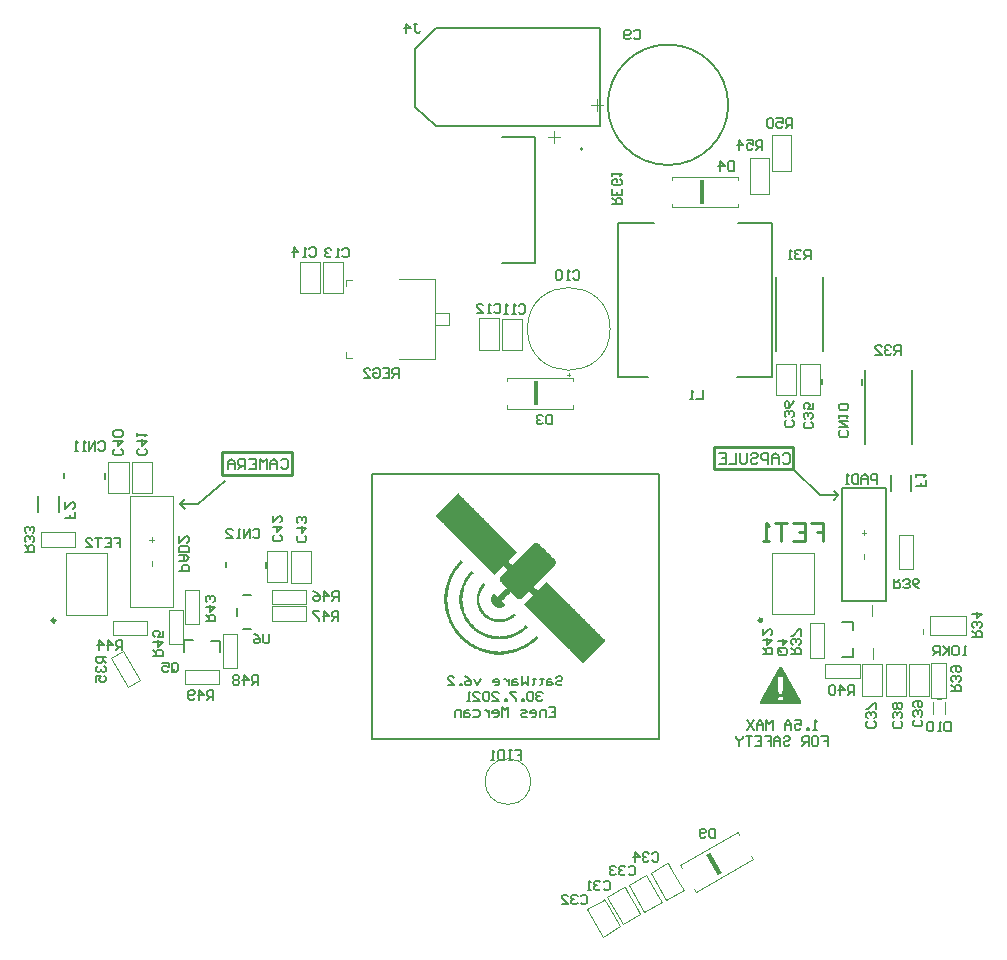
<source format=gbo>
G04*
G04 #@! TF.GenerationSoftware,Altium Limited,Altium Designer,21.9.1 (22)*
G04*
G04 Layer_Color=32896*
%FSLAX25Y25*%
%MOIN*%
G70*
G04*
G04 #@! TF.SameCoordinates,BA265606-766D-4053-9833-5615DE46E1CD*
G04*
G04*
G04 #@! TF.FilePolarity,Positive*
G04*
G01*
G75*
%ADD10C,0.00500*%
%ADD11C,0.00394*%
%ADD12C,0.00787*%
%ADD15C,0.01181*%
%ADD18C,0.00600*%
%ADD20C,0.00591*%
%ADD21C,0.00800*%
%ADD22C,0.01000*%
%ADD198C,0.00512*%
%ADD199C,0.00472*%
%ADD200R,0.01575X0.07874*%
G04:AMPARAMS|DCode=201|XSize=15.75mil|YSize=78.74mil|CornerRadius=0mil|HoleSize=0mil|Usage=FLASHONLY|Rotation=30.000|XOffset=0mil|YOffset=0mil|HoleType=Round|Shape=Rectangle|*
%AMROTATEDRECTD201*
4,1,4,0.01287,-0.03803,-0.02650,0.03016,-0.01287,0.03803,0.02650,-0.03016,0.01287,-0.03803,0.0*
%
%ADD201ROTATEDRECTD201*%

G36*
X-4439Y-22087D02*
X-4288D01*
Y-22239D01*
X-4136D01*
Y-22390D01*
X-3985D01*
Y-22542D01*
X-3833D01*
Y-22694D01*
X-4136D01*
Y-22845D01*
X-4288D01*
Y-22997D01*
X-4439D01*
Y-23149D01*
Y-23300D01*
X-4591D01*
Y-23452D01*
X-4743D01*
Y-23604D01*
Y-23755D01*
X-5046D01*
Y-23907D01*
Y-24058D01*
Y-24210D01*
X-5198D01*
Y-24362D01*
Y-24513D01*
X-5349D01*
Y-24665D01*
X-5501D01*
Y-24816D01*
Y-24968D01*
Y-25120D01*
Y-25271D01*
X-5652D01*
Y-25423D01*
Y-25575D01*
X-5804D01*
Y-25726D01*
Y-25878D01*
Y-26030D01*
Y-26181D01*
X-5956D01*
Y-26333D01*
Y-26484D01*
Y-26636D01*
Y-26788D01*
Y-26939D01*
Y-27091D01*
X-5804D01*
Y-27242D01*
X-5956D01*
Y-27394D01*
Y-27546D01*
X-5804D01*
Y-27697D01*
X-5956D01*
Y-27849D01*
Y-28001D01*
Y-28152D01*
Y-28304D01*
Y-28455D01*
Y-28607D01*
X-5804D01*
Y-28759D01*
Y-28910D01*
Y-29062D01*
Y-29214D01*
X-5652D01*
Y-29365D01*
Y-29517D01*
X-5501D01*
Y-29668D01*
Y-29820D01*
Y-29972D01*
Y-30123D01*
X-5349D01*
Y-30275D01*
X-5198D01*
Y-30427D01*
Y-30578D01*
X-5046D01*
Y-30730D01*
Y-30881D01*
Y-31033D01*
X-4743D01*
Y-31185D01*
Y-31336D01*
X-4591D01*
Y-31488D01*
Y-31640D01*
X-4439D01*
Y-31791D01*
X-4288D01*
Y-31943D01*
X-4136D01*
Y-32094D01*
X-3985D01*
Y-32246D01*
X-3833D01*
Y-32398D01*
X-3681D01*
Y-32549D01*
X-3530D01*
Y-32701D01*
X-3226D01*
Y-32853D01*
X-2923D01*
Y-33004D01*
X-2771D01*
Y-33156D01*
X-2468D01*
Y-33307D01*
X-2317D01*
Y-33459D01*
X-1862D01*
Y-33611D01*
X-1407D01*
Y-33762D01*
X-1104D01*
Y-33914D01*
X564D01*
Y-34065D01*
X1019D01*
Y-33914D01*
X2384D01*
Y-33762D01*
X2839D01*
Y-33611D01*
X3293D01*
Y-33459D01*
X3597D01*
Y-33307D01*
X3900D01*
Y-33156D01*
X4203D01*
Y-33004D01*
X4355D01*
Y-32853D01*
X4658D01*
Y-32701D01*
X4810D01*
Y-32549D01*
X5113D01*
Y-32398D01*
Y-32246D01*
X5416D01*
Y-32094D01*
Y-31943D01*
X5568D01*
Y-32094D01*
X5719D01*
Y-32246D01*
X5871D01*
Y-32398D01*
X6023D01*
Y-32549D01*
X6174D01*
Y-32701D01*
Y-32853D01*
X5871D01*
Y-33004D01*
X5719D01*
Y-33156D01*
X5568D01*
Y-33307D01*
X5416D01*
Y-33459D01*
X5113D01*
Y-33611D01*
X4961D01*
Y-33762D01*
X4810D01*
Y-33914D01*
X4506D01*
Y-34065D01*
X4203D01*
Y-34217D01*
X3900D01*
Y-34369D01*
X3597D01*
Y-34520D01*
X3142D01*
Y-34672D01*
X2535D01*
Y-34824D01*
X2080D01*
Y-34975D01*
X-649D01*
Y-34824D01*
X-1255D01*
Y-34672D01*
X-1710D01*
Y-34520D01*
X-2165D01*
Y-34369D01*
X-2468D01*
Y-34217D01*
X-2771D01*
Y-34065D01*
X-3075D01*
Y-33914D01*
X-3378D01*
Y-33762D01*
X-3530D01*
Y-33611D01*
X-3833D01*
Y-33459D01*
X-3985D01*
Y-33307D01*
X-4136D01*
Y-33156D01*
X-4288D01*
Y-33004D01*
X-4591D01*
Y-32853D01*
X-4743D01*
Y-32701D01*
X-4894D01*
Y-32549D01*
Y-32398D01*
X-5046D01*
Y-32246D01*
X-5198D01*
Y-32094D01*
X-5349D01*
Y-31943D01*
X-5501D01*
Y-31791D01*
Y-31640D01*
X-5652D01*
Y-31488D01*
Y-31336D01*
X-5804D01*
Y-31185D01*
X-5956D01*
Y-31033D01*
X-6107D01*
Y-30881D01*
Y-30730D01*
Y-30578D01*
X-6259D01*
Y-30427D01*
Y-30275D01*
X-6410D01*
Y-30123D01*
Y-29972D01*
Y-29820D01*
Y-29668D01*
X-6562D01*
Y-29517D01*
Y-29365D01*
X-6714D01*
Y-29214D01*
Y-29062D01*
Y-28910D01*
Y-28759D01*
X-6865D01*
Y-28607D01*
Y-28455D01*
Y-28304D01*
Y-28152D01*
Y-28001D01*
Y-27849D01*
Y-27697D01*
Y-27546D01*
Y-27394D01*
Y-27242D01*
Y-27091D01*
Y-26939D01*
Y-26788D01*
Y-26636D01*
Y-26484D01*
Y-26333D01*
Y-26181D01*
Y-26030D01*
X-6714D01*
Y-25878D01*
Y-25726D01*
Y-25575D01*
Y-25423D01*
X-6562D01*
Y-25271D01*
Y-25120D01*
X-6410D01*
Y-24968D01*
Y-24816D01*
Y-24665D01*
Y-24513D01*
X-6259D01*
Y-24362D01*
Y-24210D01*
X-6107D01*
Y-24058D01*
Y-23907D01*
Y-23755D01*
X-5956D01*
Y-23604D01*
X-5804D01*
Y-23452D01*
X-5652D01*
Y-23300D01*
Y-23149D01*
X-5501D01*
Y-22997D01*
X-5349D01*
Y-22845D01*
Y-22694D01*
X-5198D01*
Y-22542D01*
X-5046D01*
Y-22390D01*
X-4894D01*
Y-22239D01*
Y-22087D01*
X-4743D01*
Y-21936D01*
X-4439D01*
Y-22087D01*
D02*
G37*
G36*
X-8533Y-17993D02*
X-8382D01*
Y-18145D01*
X-8230D01*
Y-18297D01*
X-8078D01*
Y-18448D01*
X-7927D01*
Y-18600D01*
Y-18752D01*
X-8078D01*
Y-18903D01*
X-8230D01*
Y-19055D01*
X-8382D01*
Y-19206D01*
X-8533D01*
Y-19358D01*
X-8685D01*
Y-19510D01*
X-8836D01*
Y-19661D01*
X-8988D01*
Y-19813D01*
X-9140D01*
Y-19964D01*
Y-20116D01*
X-9291D01*
Y-20268D01*
X-9443D01*
Y-20419D01*
X-9595D01*
Y-20571D01*
Y-20723D01*
X-9746D01*
Y-20874D01*
X-9898D01*
Y-21026D01*
Y-21178D01*
X-10049D01*
Y-21329D01*
Y-21481D01*
X-10201D01*
Y-21632D01*
X-10353D01*
Y-21784D01*
Y-21936D01*
X-10504D01*
Y-22087D01*
Y-22239D01*
Y-22390D01*
Y-22542D01*
X-10656D01*
Y-22694D01*
X-10808D01*
Y-22845D01*
Y-22997D01*
X-10959D01*
Y-23149D01*
X-10808D01*
Y-23300D01*
X-10959D01*
Y-23452D01*
Y-23604D01*
X-11111D01*
Y-23755D01*
Y-23907D01*
Y-24058D01*
X-11262D01*
Y-24210D01*
Y-24362D01*
Y-24513D01*
Y-24665D01*
Y-24816D01*
Y-24968D01*
X-11414D01*
Y-25120D01*
Y-25271D01*
Y-25423D01*
Y-25575D01*
X-11566D01*
Y-25726D01*
Y-25878D01*
Y-26030D01*
Y-26181D01*
Y-26333D01*
Y-26484D01*
Y-26636D01*
Y-26788D01*
Y-26939D01*
X-11717D01*
Y-27091D01*
Y-27242D01*
Y-27394D01*
Y-27546D01*
Y-27697D01*
Y-27849D01*
Y-28001D01*
X-11566D01*
Y-28152D01*
Y-28304D01*
Y-28455D01*
Y-28607D01*
Y-28759D01*
Y-28910D01*
Y-29062D01*
Y-29214D01*
X-11414D01*
Y-29365D01*
Y-29517D01*
Y-29668D01*
Y-29820D01*
X-11262D01*
Y-29972D01*
Y-30123D01*
Y-30275D01*
Y-30427D01*
Y-30578D01*
Y-30730D01*
Y-30881D01*
X-11111D01*
Y-31033D01*
Y-31185D01*
X-10959D01*
Y-31336D01*
Y-31488D01*
X-10808D01*
Y-31640D01*
X-10959D01*
Y-31791D01*
X-10808D01*
Y-31943D01*
Y-32094D01*
X-10656D01*
Y-32246D01*
X-10504D01*
Y-32398D01*
Y-32549D01*
Y-32701D01*
Y-32853D01*
X-10353D01*
Y-33004D01*
Y-33156D01*
X-10201D01*
Y-33307D01*
X-10049D01*
Y-33459D01*
Y-33611D01*
X-9898D01*
Y-33762D01*
Y-33914D01*
X-9746D01*
Y-34065D01*
X-9595D01*
Y-34217D01*
Y-34369D01*
X-9443D01*
Y-34520D01*
X-9291D01*
Y-34672D01*
X-9140D01*
Y-34824D01*
Y-34975D01*
X-8988D01*
Y-35127D01*
X-8836D01*
Y-35278D01*
X-8685D01*
Y-35430D01*
X-8533D01*
Y-35582D01*
X-8382D01*
Y-35733D01*
X-8230D01*
Y-35885D01*
X-8078D01*
Y-36037D01*
X-7927D01*
Y-36188D01*
X-7775D01*
Y-36340D01*
X-7623D01*
Y-36492D01*
X-7472D01*
Y-36643D01*
X-7320D01*
Y-36795D01*
X-7169D01*
Y-36946D01*
X-7017D01*
Y-37098D01*
X-6865D01*
Y-37250D01*
X-6562D01*
Y-37401D01*
X-6410D01*
Y-37553D01*
X-6259D01*
Y-37705D01*
X-5956D01*
Y-37856D01*
X-5652D01*
Y-38008D01*
X-5501D01*
Y-38159D01*
X-5198D01*
Y-38311D01*
X-4894D01*
Y-38463D01*
X-4591D01*
Y-38614D01*
X-4136D01*
Y-38766D01*
X-3985D01*
Y-38917D01*
X-3378D01*
Y-39069D01*
X-3075D01*
Y-39221D01*
X-2620D01*
Y-39372D01*
X-1710D01*
Y-39524D01*
X-1104D01*
Y-39676D01*
X413D01*
Y-39827D01*
X1019D01*
Y-39676D01*
X2535D01*
Y-39524D01*
X3142D01*
Y-39372D01*
X4052D01*
Y-39221D01*
X4506D01*
Y-39069D01*
X4810D01*
Y-38917D01*
X5265D01*
Y-38766D01*
X5568D01*
Y-38614D01*
X6023D01*
Y-38463D01*
X6326D01*
Y-38311D01*
X6629D01*
Y-38159D01*
X6932D01*
Y-38008D01*
X7084D01*
Y-37856D01*
X7236D01*
Y-37705D01*
X7690D01*
Y-37553D01*
X7842D01*
Y-37401D01*
X7994D01*
Y-37250D01*
X8297D01*
Y-37098D01*
X8449D01*
Y-36946D01*
X8600D01*
Y-36795D01*
X8752D01*
Y-36643D01*
X8903D01*
Y-36492D01*
X9055D01*
Y-36340D01*
X9207D01*
Y-36188D01*
X9358D01*
Y-36037D01*
X9662D01*
Y-36188D01*
X9813D01*
Y-36340D01*
X9965D01*
Y-36492D01*
X10116D01*
Y-36643D01*
X10268D01*
Y-36795D01*
X10116D01*
Y-36946D01*
X9965D01*
Y-37098D01*
X9662D01*
Y-37250D01*
X9510D01*
Y-37401D01*
X9358D01*
Y-37553D01*
X9207D01*
Y-37705D01*
X9055D01*
Y-37856D01*
X8752D01*
Y-38008D01*
X8600D01*
Y-38159D01*
X8449D01*
Y-38311D01*
X8145D01*
Y-38463D01*
X7994D01*
Y-38614D01*
X7690D01*
Y-38766D01*
X7387D01*
Y-38917D01*
X7236D01*
Y-39069D01*
X6932D01*
Y-39221D01*
X6629D01*
Y-39372D01*
X6326D01*
Y-39524D01*
X5871D01*
Y-39676D01*
X5568D01*
Y-39827D01*
X5265D01*
Y-39979D01*
X4810D01*
Y-40130D01*
X4203D01*
Y-40282D01*
X3445D01*
Y-40434D01*
X2687D01*
Y-40585D01*
X1929D01*
Y-40737D01*
X-497D01*
Y-40585D01*
X-1255D01*
Y-40434D01*
X-2013D01*
Y-40282D01*
X-2771D01*
Y-40130D01*
X-3378D01*
Y-39979D01*
X-3985D01*
Y-39827D01*
X-4136D01*
Y-39676D01*
X-4591D01*
Y-39524D01*
X-4894D01*
Y-39372D01*
X-5198D01*
Y-39221D01*
X-5501D01*
Y-39069D01*
X-5804D01*
Y-38917D01*
X-5956D01*
Y-38766D01*
X-6259D01*
Y-38614D01*
X-6562D01*
Y-38463D01*
X-6714D01*
Y-38311D01*
X-7017D01*
Y-38159D01*
X-7169D01*
Y-38008D01*
X-7320D01*
Y-37856D01*
X-7623D01*
Y-37705D01*
X-7775D01*
Y-37553D01*
X-7927D01*
Y-37401D01*
X-8230D01*
Y-37250D01*
X-8382D01*
Y-37098D01*
X-8533D01*
Y-36946D01*
X-8685D01*
Y-36795D01*
X-8836D01*
Y-36643D01*
X-8988D01*
Y-36492D01*
X-9140D01*
Y-36340D01*
X-9291D01*
Y-36188D01*
X-9443D01*
Y-36037D01*
Y-35885D01*
X-9595D01*
Y-35733D01*
X-9746D01*
Y-35582D01*
X-9898D01*
Y-35430D01*
Y-35278D01*
X-10049D01*
Y-35127D01*
X-10201D01*
Y-34975D01*
Y-34824D01*
X-10353D01*
Y-34672D01*
X-10504D01*
Y-34520D01*
X-10656D01*
Y-34369D01*
Y-34217D01*
Y-34065D01*
X-10808D01*
Y-33914D01*
X-10959D01*
Y-33762D01*
Y-33611D01*
X-11111D01*
Y-33459D01*
Y-33307D01*
X-11262D01*
Y-33156D01*
Y-33004D01*
X-11414D01*
Y-32853D01*
Y-32701D01*
Y-32549D01*
X-11566D01*
Y-32398D01*
Y-32246D01*
X-11717D01*
Y-32094D01*
X-11869D01*
Y-31943D01*
Y-31791D01*
Y-31640D01*
Y-31488D01*
Y-31336D01*
X-12021D01*
Y-31185D01*
Y-31033D01*
Y-30881D01*
X-12172D01*
Y-30730D01*
Y-30578D01*
X-12324D01*
Y-30427D01*
Y-30275D01*
Y-30123D01*
Y-29972D01*
Y-29820D01*
Y-29668D01*
Y-29517D01*
X-12475D01*
Y-29365D01*
Y-29214D01*
Y-29062D01*
Y-28910D01*
Y-28759D01*
X-12627D01*
Y-28607D01*
Y-28455D01*
Y-28304D01*
Y-28152D01*
Y-28001D01*
Y-27849D01*
Y-27697D01*
Y-27546D01*
Y-27394D01*
Y-27242D01*
Y-27091D01*
Y-26939D01*
Y-26788D01*
Y-26636D01*
Y-26484D01*
Y-26333D01*
Y-26181D01*
Y-26030D01*
X-12475D01*
Y-25878D01*
Y-25726D01*
Y-25575D01*
Y-25423D01*
Y-25271D01*
X-12324D01*
Y-25120D01*
Y-24968D01*
Y-24816D01*
Y-24665D01*
Y-24513D01*
Y-24362D01*
X-12172D01*
Y-24210D01*
Y-24058D01*
Y-23907D01*
X-12021D01*
Y-23755D01*
Y-23604D01*
Y-23452D01*
X-11869D01*
Y-23300D01*
Y-23149D01*
Y-22997D01*
Y-22845D01*
Y-22694D01*
X-11717D01*
Y-22542D01*
X-11566D01*
Y-22390D01*
Y-22239D01*
X-11414D01*
Y-22087D01*
Y-21936D01*
Y-21784D01*
X-11262D01*
Y-21632D01*
Y-21481D01*
X-11111D01*
Y-21329D01*
Y-21178D01*
X-10959D01*
Y-21026D01*
Y-20874D01*
X-10808D01*
Y-20723D01*
X-10656D01*
Y-20571D01*
Y-20419D01*
Y-20268D01*
X-10353D01*
Y-20116D01*
Y-19964D01*
X-10201D01*
Y-19813D01*
Y-19661D01*
X-10049D01*
Y-19510D01*
X-9898D01*
Y-19358D01*
Y-19206D01*
X-9746D01*
Y-19055D01*
X-9595D01*
Y-18903D01*
X-9443D01*
Y-18752D01*
Y-18600D01*
X-9291D01*
Y-18448D01*
X-9140D01*
Y-18297D01*
X-8988D01*
Y-18145D01*
X-8836D01*
Y-17993D01*
X-8685D01*
Y-17842D01*
X-8533D01*
Y-17993D01*
D02*
G37*
G36*
X-12021Y-14506D02*
X-11869D01*
Y-14658D01*
X-11717D01*
Y-14809D01*
X-11566D01*
Y-14961D01*
X-11414D01*
Y-15113D01*
X-11566D01*
Y-15264D01*
X-11717D01*
Y-15416D01*
X-11869D01*
Y-15567D01*
X-12021D01*
Y-15719D01*
X-12172D01*
Y-15871D01*
X-12324D01*
Y-16022D01*
X-12475D01*
Y-16174D01*
Y-16326D01*
X-12779D01*
Y-16477D01*
X-12930D01*
Y-16629D01*
Y-16780D01*
X-13082D01*
Y-16932D01*
X-13234D01*
Y-17084D01*
Y-17235D01*
X-13385D01*
Y-17387D01*
X-13537D01*
Y-17539D01*
Y-17690D01*
X-13688D01*
Y-17842D01*
X-13840D01*
Y-17993D01*
X-13992D01*
Y-18145D01*
Y-18297D01*
X-14143D01*
Y-18448D01*
Y-18600D01*
X-14295D01*
Y-18752D01*
X-14446D01*
Y-18903D01*
Y-19055D01*
X-14598D01*
Y-19206D01*
Y-19358D01*
X-14750D01*
Y-19510D01*
X-14901D01*
Y-19661D01*
Y-19813D01*
Y-19964D01*
X-15053D01*
Y-20116D01*
Y-20268D01*
Y-20419D01*
X-15205D01*
Y-20571D01*
X-15356D01*
Y-20723D01*
Y-20874D01*
X-15508D01*
Y-21026D01*
X-15356D01*
Y-21178D01*
X-15508D01*
Y-21329D01*
Y-21481D01*
X-15660D01*
Y-21632D01*
Y-21784D01*
X-15811D01*
Y-21936D01*
Y-22087D01*
Y-22239D01*
Y-22390D01*
Y-22542D01*
X-15963D01*
Y-22694D01*
Y-22845D01*
X-16114D01*
Y-22997D01*
Y-23149D01*
Y-23300D01*
X-16266D01*
Y-23452D01*
Y-23604D01*
Y-23755D01*
Y-23907D01*
Y-24058D01*
Y-24210D01*
Y-24362D01*
X-16418D01*
Y-24513D01*
Y-24665D01*
Y-24816D01*
Y-24968D01*
Y-25120D01*
Y-25271D01*
X-16569D01*
Y-25423D01*
Y-25575D01*
Y-25726D01*
Y-25878D01*
Y-26030D01*
Y-26181D01*
Y-26333D01*
Y-26484D01*
Y-26636D01*
X-16721D01*
Y-26788D01*
Y-26939D01*
Y-27091D01*
Y-27242D01*
Y-27394D01*
Y-27546D01*
Y-27697D01*
Y-27849D01*
Y-28001D01*
Y-28152D01*
X-16569D01*
Y-28304D01*
Y-28455D01*
Y-28607D01*
Y-28759D01*
Y-28910D01*
Y-29062D01*
Y-29214D01*
Y-29365D01*
Y-29517D01*
Y-29668D01*
X-16418D01*
Y-29820D01*
Y-29972D01*
Y-30123D01*
Y-30275D01*
Y-30427D01*
X-16266D01*
Y-30578D01*
Y-30730D01*
Y-30881D01*
Y-31033D01*
Y-31185D01*
Y-31336D01*
Y-31488D01*
X-16114D01*
Y-31640D01*
Y-31791D01*
Y-31943D01*
X-15963D01*
Y-32094D01*
Y-32246D01*
Y-32398D01*
X-15811D01*
Y-32549D01*
Y-32701D01*
Y-32853D01*
Y-33004D01*
X-15660D01*
Y-33156D01*
Y-33307D01*
X-15508D01*
Y-33459D01*
Y-33611D01*
X-15356D01*
Y-33762D01*
X-15508D01*
Y-33914D01*
X-15356D01*
Y-34065D01*
Y-34217D01*
X-15205D01*
Y-34369D01*
X-15053D01*
Y-34520D01*
Y-34672D01*
Y-34824D01*
Y-34975D01*
X-14901D01*
Y-35127D01*
Y-35278D01*
X-14750D01*
Y-35430D01*
X-14598D01*
Y-35582D01*
Y-35733D01*
X-14446D01*
Y-35885D01*
Y-36037D01*
X-14295D01*
Y-36188D01*
X-14143D01*
Y-36340D01*
Y-36492D01*
X-13992D01*
Y-36643D01*
Y-36795D01*
X-13840D01*
Y-36946D01*
X-13688D01*
Y-37098D01*
X-13537D01*
Y-37250D01*
Y-37401D01*
X-13385D01*
Y-37553D01*
Y-37705D01*
X-13234D01*
Y-37856D01*
X-13082D01*
Y-38008D01*
X-12930D01*
Y-38159D01*
Y-38311D01*
X-12779D01*
Y-38463D01*
X-12475D01*
Y-38614D01*
Y-38766D01*
X-12324D01*
Y-38917D01*
X-12172D01*
Y-39069D01*
X-12021D01*
Y-39221D01*
X-11869D01*
Y-39372D01*
X-11717D01*
Y-39524D01*
X-11566D01*
Y-39676D01*
X-11414D01*
Y-39827D01*
X-11262D01*
Y-39979D01*
X-11111D01*
Y-40130D01*
X-10959D01*
Y-40282D01*
X-10808D01*
Y-40434D01*
X-10656D01*
Y-40585D01*
X-10353D01*
Y-40737D01*
Y-40889D01*
X-10049D01*
Y-41040D01*
X-9898D01*
Y-41192D01*
X-9746D01*
Y-41343D01*
X-9595D01*
Y-41495D01*
X-9291D01*
Y-41647D01*
X-8988D01*
Y-41798D01*
X-8836D01*
Y-41950D01*
X-8685D01*
Y-42102D01*
X-8382D01*
Y-42253D01*
X-8078D01*
Y-42405D01*
X-7775D01*
Y-42556D01*
X-7623D01*
Y-42708D01*
X-7320D01*
Y-42860D01*
X-7017D01*
Y-43011D01*
X-6714D01*
Y-43163D01*
X-6259D01*
Y-43314D01*
X-6107D01*
Y-43466D01*
X-5501D01*
Y-43618D01*
X-5198D01*
Y-43769D01*
X-4743D01*
Y-43921D01*
X-4136D01*
Y-44073D01*
X-3681D01*
Y-44224D01*
X-3226D01*
Y-44376D01*
X-2317D01*
Y-44528D01*
X-1558D01*
Y-44679D01*
X109D01*
Y-44831D01*
X1171D01*
Y-44679D01*
X2839D01*
Y-44528D01*
X3597D01*
Y-44376D01*
X4658D01*
Y-44224D01*
X5113D01*
Y-44073D01*
X5568D01*
Y-43921D01*
X6174D01*
Y-43769D01*
X6629D01*
Y-43618D01*
X6932D01*
Y-43466D01*
X7387D01*
Y-43314D01*
X7690D01*
Y-43163D01*
X7994D01*
Y-43011D01*
X8449D01*
Y-42860D01*
X8752D01*
Y-42708D01*
X9055D01*
Y-42556D01*
X9207D01*
Y-42405D01*
X9510D01*
Y-42253D01*
X9813D01*
Y-42102D01*
X9965D01*
Y-41950D01*
X10268D01*
Y-41798D01*
X10420D01*
Y-41647D01*
X10723D01*
Y-41495D01*
X10875D01*
Y-41343D01*
X11178D01*
Y-41192D01*
X11329D01*
Y-41040D01*
X11481D01*
Y-40889D01*
X11633D01*
Y-40737D01*
X11784D01*
Y-40585D01*
X11936D01*
Y-40434D01*
X12239D01*
Y-40282D01*
X12391D01*
Y-40130D01*
X12542D01*
Y-39979D01*
X12694D01*
Y-39827D01*
X12846D01*
Y-39676D01*
X12997D01*
Y-39524D01*
X13149D01*
Y-39676D01*
X13301D01*
Y-39827D01*
X13452D01*
Y-39979D01*
X13604D01*
Y-40130D01*
X13755D01*
Y-40282D01*
X13604D01*
Y-40434D01*
X13452D01*
Y-40585D01*
X13301D01*
Y-40737D01*
X13149D01*
Y-40889D01*
X12997D01*
Y-41040D01*
X12846D01*
Y-41192D01*
X12694D01*
Y-41343D01*
X12542D01*
Y-41495D01*
X12391D01*
Y-41647D01*
X12088D01*
Y-41798D01*
X11936D01*
Y-41950D01*
X11633D01*
Y-42102D01*
X11481D01*
Y-42253D01*
X11178D01*
Y-42405D01*
X11026D01*
Y-42556D01*
X10875D01*
Y-42708D01*
X10723D01*
Y-42860D01*
X10268D01*
Y-43011D01*
X10116D01*
Y-43163D01*
X9813D01*
Y-43314D01*
X9662D01*
Y-43466D01*
X9358D01*
Y-43618D01*
X9055D01*
Y-43769D01*
X8752D01*
Y-43921D01*
X8449D01*
Y-44073D01*
X7994D01*
Y-44224D01*
X7690D01*
Y-44376D01*
X7387D01*
Y-44528D01*
X6781D01*
Y-44679D01*
X6477D01*
Y-44831D01*
X5871D01*
Y-44982D01*
X5416D01*
Y-45134D01*
X4961D01*
Y-45286D01*
X4052D01*
Y-45437D01*
X3142D01*
Y-45589D01*
X2232D01*
Y-45741D01*
X-952D01*
Y-45589D01*
X-1710D01*
Y-45437D01*
X-2620D01*
Y-45286D01*
X-3530D01*
Y-45134D01*
X-3985D01*
Y-44982D01*
X-4439D01*
Y-44831D01*
X-5046D01*
Y-44679D01*
X-5501D01*
Y-44528D01*
X-6107D01*
Y-44376D01*
X-6259D01*
Y-44224D01*
X-6562D01*
Y-44073D01*
X-7017D01*
Y-43921D01*
X-7320D01*
Y-43769D01*
X-7623D01*
Y-43618D01*
X-7927D01*
Y-43466D01*
X-8230D01*
Y-43314D01*
X-8382D01*
Y-43163D01*
X-8685D01*
Y-43011D01*
X-8836D01*
Y-42860D01*
X-9291D01*
Y-42708D01*
X-9443D01*
Y-42556D01*
X-9746D01*
Y-42405D01*
X-9898D01*
Y-42253D01*
X-10049D01*
Y-42102D01*
X-10201D01*
Y-41950D01*
X-10504D01*
Y-41798D01*
X-10656D01*
Y-41647D01*
X-10959D01*
Y-41495D01*
X-11111D01*
Y-41343D01*
X-11262D01*
Y-41192D01*
X-11414D01*
Y-41040D01*
X-11566D01*
Y-40889D01*
X-11717D01*
Y-40737D01*
X-12021D01*
Y-40585D01*
Y-40434D01*
X-12324D01*
Y-40282D01*
Y-40130D01*
X-12475D01*
Y-39979D01*
X-12779D01*
Y-39827D01*
Y-39676D01*
Y-39524D01*
X-13082D01*
Y-39372D01*
X-13234D01*
Y-39221D01*
X-13385D01*
Y-39069D01*
X-13537D01*
Y-38917D01*
Y-38766D01*
X-13688D01*
Y-38614D01*
X-13840D01*
Y-38463D01*
X-13992D01*
Y-38311D01*
Y-38159D01*
X-14143D01*
Y-38008D01*
Y-37856D01*
X-14446D01*
Y-37705D01*
X-14598D01*
Y-37553D01*
Y-37401D01*
X-14750D01*
Y-37250D01*
Y-37098D01*
X-14901D01*
Y-36946D01*
Y-36795D01*
X-15053D01*
Y-36643D01*
X-15205D01*
Y-36492D01*
Y-36340D01*
X-15356D01*
Y-36188D01*
Y-36037D01*
X-15508D01*
Y-35885D01*
Y-35733D01*
X-15660D01*
Y-35582D01*
Y-35430D01*
X-15811D01*
Y-35278D01*
Y-35127D01*
X-15963D01*
Y-34975D01*
Y-34824D01*
Y-34672D01*
X-16114D01*
Y-34520D01*
Y-34369D01*
X-16266D01*
Y-34217D01*
Y-34065D01*
X-16418D01*
Y-33914D01*
Y-33762D01*
Y-33611D01*
Y-33459D01*
X-16569D01*
Y-33307D01*
Y-33156D01*
X-16721D01*
Y-33004D01*
Y-32853D01*
X-16872D01*
Y-32701D01*
Y-32549D01*
Y-32398D01*
Y-32246D01*
Y-32094D01*
X-17024D01*
Y-31943D01*
Y-31791D01*
Y-31640D01*
X-17176D01*
Y-31488D01*
Y-31336D01*
Y-31185D01*
X-17327D01*
Y-31033D01*
Y-30881D01*
Y-30730D01*
Y-30578D01*
Y-30427D01*
Y-30275D01*
Y-30123D01*
Y-29972D01*
Y-29820D01*
X-17479D01*
Y-29668D01*
Y-29517D01*
Y-29365D01*
Y-29214D01*
Y-29062D01*
X-17631D01*
Y-28910D01*
Y-28759D01*
Y-28607D01*
Y-28455D01*
Y-28304D01*
Y-28152D01*
Y-28001D01*
Y-27849D01*
Y-27697D01*
Y-27546D01*
Y-27394D01*
Y-27242D01*
Y-27091D01*
Y-26939D01*
Y-26788D01*
Y-26636D01*
Y-26484D01*
Y-26333D01*
Y-26181D01*
Y-26030D01*
Y-25878D01*
Y-25726D01*
X-17479D01*
Y-25575D01*
Y-25423D01*
Y-25271D01*
Y-25120D01*
Y-24968D01*
X-17327D01*
Y-24816D01*
Y-24665D01*
Y-24513D01*
Y-24362D01*
Y-24210D01*
Y-24058D01*
Y-23907D01*
Y-23755D01*
Y-23604D01*
X-17176D01*
Y-23452D01*
Y-23300D01*
Y-23149D01*
X-17024D01*
Y-22997D01*
Y-22845D01*
Y-22694D01*
X-16872D01*
Y-22542D01*
Y-22390D01*
Y-22239D01*
Y-22087D01*
Y-21936D01*
X-16721D01*
Y-21784D01*
Y-21632D01*
X-16569D01*
Y-21481D01*
Y-21329D01*
X-16418D01*
Y-21178D01*
Y-21026D01*
Y-20874D01*
Y-20723D01*
X-16266D01*
Y-20571D01*
Y-20419D01*
X-16114D01*
Y-20268D01*
Y-20116D01*
Y-19964D01*
X-15963D01*
Y-19813D01*
Y-19661D01*
X-15811D01*
Y-19510D01*
X-15660D01*
Y-19358D01*
Y-19206D01*
Y-19055D01*
X-15508D01*
Y-18903D01*
Y-18752D01*
X-15356D01*
Y-18600D01*
Y-18448D01*
X-15205D01*
Y-18297D01*
Y-18145D01*
X-15053D01*
Y-17993D01*
X-14901D01*
Y-17842D01*
Y-17690D01*
X-14750D01*
Y-17539D01*
Y-17387D01*
X-14446D01*
Y-17235D01*
Y-17084D01*
Y-16932D01*
X-14143D01*
Y-16780D01*
Y-16629D01*
X-13992D01*
Y-16477D01*
Y-16326D01*
X-13840D01*
Y-16174D01*
X-13537D01*
Y-16022D01*
Y-15871D01*
Y-15719D01*
X-13385D01*
Y-15567D01*
X-13234D01*
Y-15416D01*
X-13082D01*
Y-15264D01*
X-12930D01*
Y-15113D01*
X-12779D01*
Y-14961D01*
Y-14809D01*
X-12475D01*
Y-14658D01*
X-12324D01*
Y-14506D01*
Y-14355D01*
X-12021D01*
Y-14506D01*
D02*
G37*
G36*
X-12930Y7783D02*
X-12779D01*
Y7631D01*
X-12627D01*
Y7479D01*
X-12475D01*
Y7328D01*
X-12324D01*
Y7176D01*
X-12172D01*
Y7024D01*
X-12021D01*
Y6873D01*
X-11869D01*
Y6721D01*
X-11717D01*
Y6570D01*
X-11566D01*
Y6418D01*
X-11414D01*
Y6266D01*
X-11262D01*
Y6115D01*
X-11111D01*
Y5963D01*
X-10959D01*
Y5811D01*
X-10808D01*
Y5660D01*
X-10656D01*
Y5508D01*
X-10504D01*
Y5357D01*
X-10353D01*
Y5205D01*
X-10201D01*
Y5053D01*
X-10049D01*
Y4902D01*
X-9898D01*
Y4750D01*
X-9746D01*
Y4598D01*
X-9595D01*
Y4447D01*
X-9443D01*
Y4295D01*
X-9291D01*
Y4144D01*
X-9140D01*
Y3992D01*
X-8988D01*
Y3840D01*
X-8836D01*
Y3689D01*
X-8685D01*
Y3537D01*
X-8533D01*
Y3385D01*
X-8382D01*
Y3234D01*
X-8230D01*
Y3082D01*
X-8078D01*
Y2931D01*
X-7927D01*
Y2779D01*
X-7775D01*
Y2627D01*
X-7623D01*
Y2476D01*
X-7472D01*
Y2324D01*
X-7320D01*
Y2173D01*
X-7169D01*
Y2021D01*
X-7017D01*
Y1869D01*
X-6865D01*
Y1718D01*
X-6714D01*
Y1566D01*
X-6562D01*
Y1414D01*
X-6410D01*
Y1263D01*
X-6259D01*
Y1111D01*
X-6107D01*
Y960D01*
X-5956D01*
Y808D01*
X-5804D01*
Y656D01*
X-5652D01*
Y505D01*
X-5501D01*
Y353D01*
X-5349D01*
Y201D01*
X-5198D01*
Y50D01*
X-5046D01*
Y-102D01*
X-4894D01*
Y-253D01*
X-4743D01*
Y-405D01*
X-4591D01*
Y-557D01*
X-4439D01*
Y-708D01*
X-4288D01*
Y-860D01*
X-4136D01*
Y-1012D01*
X-3985D01*
Y-1163D01*
X-3833D01*
Y-1315D01*
X-3681D01*
Y-1467D01*
X-3530D01*
Y-1618D01*
X-3378D01*
Y-1770D01*
X-3226D01*
Y-1921D01*
X-3075D01*
Y-2073D01*
X-2923D01*
Y-2225D01*
X-2771D01*
Y-2376D01*
X-2620D01*
Y-2528D01*
X-2468D01*
Y-2679D01*
X-2317D01*
Y-2831D01*
X-2165D01*
Y-2983D01*
X-2013D01*
Y-3134D01*
X-1862D01*
Y-3286D01*
X-1710D01*
Y-3438D01*
X-1558D01*
Y-3589D01*
X-1407D01*
Y-3741D01*
X-1255D01*
Y-3892D01*
X-1104D01*
Y-4044D01*
X-952D01*
Y-4196D01*
X-800D01*
Y-4347D01*
X-649D01*
Y-4499D01*
X-497D01*
Y-4651D01*
X-345D01*
Y-4802D01*
X-194D01*
Y-4954D01*
X-42D01*
Y-5105D01*
X109D01*
Y-5257D01*
X261D01*
Y-5409D01*
X413D01*
Y-5560D01*
X564D01*
Y-5712D01*
X716D01*
Y-5864D01*
X867D01*
Y-6015D01*
X1019D01*
Y-6167D01*
X1171D01*
Y-6318D01*
X1322D01*
Y-6470D01*
X1474D01*
Y-6622D01*
X1626D01*
Y-6773D01*
X1777D01*
Y-6925D01*
X1929D01*
Y-7077D01*
X2080D01*
Y-7228D01*
X2232D01*
Y-7380D01*
X2384D01*
Y-7531D01*
X2535D01*
Y-7683D01*
X2687D01*
Y-7835D01*
X2839D01*
Y-7986D01*
X2990D01*
Y-8138D01*
X3142D01*
Y-8290D01*
X3293D01*
Y-8441D01*
X3445D01*
Y-8593D01*
X3597D01*
Y-8744D01*
X3748D01*
Y-8896D01*
X3900D01*
Y-9048D01*
X4052D01*
Y-9199D01*
X4203D01*
Y-9351D01*
X4355D01*
Y-9503D01*
X4506D01*
Y-9654D01*
X4658D01*
Y-9806D01*
X4810D01*
Y-9957D01*
X4961D01*
Y-10109D01*
X5113D01*
Y-10261D01*
X5265D01*
Y-10412D01*
X5416D01*
Y-10564D01*
X5568D01*
Y-10716D01*
X5719D01*
Y-10867D01*
X5871D01*
Y-11019D01*
X6023D01*
Y-11170D01*
X6174D01*
Y-11322D01*
X6326D01*
Y-11474D01*
X6477D01*
Y-11625D01*
X6629D01*
Y-11777D01*
X6326D01*
Y-11929D01*
Y-12080D01*
X6174D01*
Y-12232D01*
X5871D01*
Y-12383D01*
Y-12535D01*
X5719D01*
Y-12687D01*
X5416D01*
Y-12838D01*
Y-12990D01*
X5265D01*
Y-13141D01*
X5113D01*
Y-13293D01*
X4961D01*
Y-13445D01*
X4658D01*
Y-13596D01*
Y-13748D01*
X4506D01*
Y-13900D01*
X4203D01*
Y-14051D01*
Y-14203D01*
X4052D01*
Y-14355D01*
X3748D01*
Y-14506D01*
X3597D01*
Y-14658D01*
X3748D01*
Y-14809D01*
X3900D01*
Y-14961D01*
X4052D01*
Y-15113D01*
X4203D01*
Y-15264D01*
X4355D01*
Y-15416D01*
X4506D01*
Y-15567D01*
X4658D01*
Y-15719D01*
X4810D01*
Y-15871D01*
X5113D01*
Y-15719D01*
X5265D01*
Y-15567D01*
X5416D01*
Y-15416D01*
X5568D01*
Y-15264D01*
X5719D01*
Y-15113D01*
X5871D01*
Y-14961D01*
X6023D01*
Y-14809D01*
X6174D01*
Y-14658D01*
X6326D01*
Y-14506D01*
X6477D01*
Y-14355D01*
X6629D01*
Y-14203D01*
X6781D01*
Y-14051D01*
X6932D01*
Y-13900D01*
X7084D01*
Y-13748D01*
X7236D01*
Y-13596D01*
X7387D01*
Y-13445D01*
X7539D01*
Y-13293D01*
X7690D01*
Y-13141D01*
X7842D01*
Y-12990D01*
X7994D01*
Y-12838D01*
X8145D01*
Y-12687D01*
X8297D01*
Y-12535D01*
X8449D01*
Y-12383D01*
X8600D01*
Y-12232D01*
X8752D01*
Y-12080D01*
X8903D01*
Y-11929D01*
X9055D01*
Y-11777D01*
X9207D01*
Y-11625D01*
X9358D01*
Y-11474D01*
X9510D01*
Y-11322D01*
X9662D01*
Y-11170D01*
X9813D01*
Y-11019D01*
X9965D01*
Y-10867D01*
X10116D01*
Y-10716D01*
X10268D01*
Y-10564D01*
X10420D01*
Y-10412D01*
X10571D01*
Y-10261D01*
X10723D01*
Y-10109D01*
X10875D01*
Y-9957D01*
X11026D01*
Y-9806D01*
X11178D01*
Y-9654D01*
X11329D01*
Y-9503D01*
X11481D01*
Y-9351D01*
X11633D01*
Y-9199D01*
X11784D01*
Y-9048D01*
X11936D01*
Y-8896D01*
X12239D01*
Y-8744D01*
X12391D01*
Y-8593D01*
X13452D01*
Y-8744D01*
X13755D01*
Y-8896D01*
X13907D01*
Y-9048D01*
X14210D01*
Y-9199D01*
Y-9351D01*
X14362D01*
Y-9503D01*
X14514D01*
Y-9654D01*
X14665D01*
Y-9806D01*
X14968D01*
Y-9957D01*
Y-10109D01*
X15120D01*
Y-10261D01*
X15423D01*
Y-10412D01*
Y-10564D01*
X15575D01*
Y-10716D01*
X15878D01*
Y-10867D01*
Y-11019D01*
X16181D01*
Y-11170D01*
Y-11322D01*
X16333D01*
Y-11474D01*
X16636D01*
Y-11625D01*
Y-11777D01*
X16788D01*
Y-11929D01*
X17091D01*
Y-12080D01*
Y-12232D01*
X17243D01*
Y-12383D01*
X17546D01*
Y-12535D01*
Y-12687D01*
X17849D01*
Y-12838D01*
Y-12990D01*
X18001D01*
Y-13141D01*
X18304D01*
Y-13293D01*
Y-13445D01*
X18456D01*
Y-13596D01*
X18759D01*
Y-13748D01*
Y-13900D01*
X18911D01*
Y-14051D01*
X19214D01*
Y-14203D01*
Y-14355D01*
Y-14506D01*
X19365D01*
Y-14658D01*
X19517D01*
Y-14809D01*
Y-14961D01*
Y-15113D01*
Y-15264D01*
Y-15416D01*
Y-15567D01*
Y-15719D01*
X19365D01*
Y-15871D01*
X19214D01*
Y-16022D01*
Y-16174D01*
X19062D01*
Y-16326D01*
X18911D01*
Y-16477D01*
X18759D01*
Y-16629D01*
X18607D01*
Y-16780D01*
X18456D01*
Y-16932D01*
X18304D01*
Y-17084D01*
X18153D01*
Y-17235D01*
X18001D01*
Y-17387D01*
X17849D01*
Y-17539D01*
X17698D01*
Y-17690D01*
X17546D01*
Y-17842D01*
X17394D01*
Y-17993D01*
X17243D01*
Y-18145D01*
X17091D01*
Y-18297D01*
X16939D01*
Y-18448D01*
X16788D01*
Y-18600D01*
X16636D01*
Y-18752D01*
X16485D01*
Y-18903D01*
X16333D01*
Y-19055D01*
X16181D01*
Y-19206D01*
X16030D01*
Y-19358D01*
X15878D01*
Y-19510D01*
X15727D01*
Y-19661D01*
X15575D01*
Y-19813D01*
X15423D01*
Y-19964D01*
X15272D01*
Y-20116D01*
X15120D01*
Y-20268D01*
X14968D01*
Y-20419D01*
X14817D01*
Y-20571D01*
X14665D01*
Y-20723D01*
X14514D01*
Y-20874D01*
X14362D01*
Y-21026D01*
X14210D01*
Y-21178D01*
X14059D01*
Y-21329D01*
X13907D01*
Y-21481D01*
X13755D01*
Y-21632D01*
X13604D01*
Y-21784D01*
X13452D01*
Y-21936D01*
X13301D01*
Y-22087D01*
X13149D01*
Y-22239D01*
X12997D01*
Y-22390D01*
X12846D01*
Y-22542D01*
X12694D01*
Y-22694D01*
X12542D01*
Y-22845D01*
X12239D01*
Y-22997D01*
Y-23149D01*
Y-23300D01*
X12391D01*
Y-23452D01*
X12542D01*
Y-23604D01*
X12694D01*
Y-23755D01*
X12846D01*
Y-23907D01*
X12997D01*
Y-24058D01*
X13149D01*
Y-24210D01*
X13301D01*
Y-24362D01*
X13755D01*
Y-24210D01*
Y-24058D01*
X13907D01*
Y-23907D01*
X14210D01*
Y-23755D01*
Y-23604D01*
X14362D01*
Y-23452D01*
X14665D01*
Y-23300D01*
Y-23149D01*
X14968D01*
Y-22997D01*
X15120D01*
Y-22845D01*
Y-22694D01*
X15423D01*
Y-22542D01*
Y-22390D01*
X15575D01*
Y-22239D01*
X15878D01*
Y-22087D01*
Y-21936D01*
X16181D01*
Y-21784D01*
X16333D01*
Y-21632D01*
Y-21481D01*
X16485D01*
Y-21632D01*
X16636D01*
Y-21784D01*
X16788D01*
Y-21936D01*
X16939D01*
Y-22087D01*
X17091D01*
Y-22239D01*
X17243D01*
Y-22390D01*
X17394D01*
Y-22542D01*
X17546D01*
Y-22694D01*
X17698D01*
Y-22845D01*
X17849D01*
Y-22997D01*
X18001D01*
Y-23149D01*
X18153D01*
Y-23300D01*
X18304D01*
Y-23452D01*
X18456D01*
Y-23604D01*
X18607D01*
Y-23755D01*
X18759D01*
Y-23907D01*
X18911D01*
Y-24058D01*
X19062D01*
Y-24210D01*
X19214D01*
Y-24362D01*
X19365D01*
Y-24513D01*
X19517D01*
Y-24665D01*
X19669D01*
Y-24816D01*
X19820D01*
Y-24968D01*
X19972D01*
Y-25120D01*
X20124D01*
Y-25271D01*
X20275D01*
Y-25423D01*
X20427D01*
Y-25575D01*
X20579D01*
Y-25726D01*
X20730D01*
Y-25878D01*
X20882D01*
Y-26030D01*
X21033D01*
Y-26181D01*
X21185D01*
Y-26333D01*
X21337D01*
Y-26484D01*
X21488D01*
Y-26636D01*
X21640D01*
Y-26788D01*
X21791D01*
Y-26939D01*
X21943D01*
Y-27091D01*
X22095D01*
Y-27242D01*
X22246D01*
Y-27394D01*
X22398D01*
Y-27546D01*
X22550D01*
Y-27697D01*
X22701D01*
Y-27849D01*
X22853D01*
Y-28001D01*
X23005D01*
Y-28152D01*
X23156D01*
Y-28304D01*
X23308D01*
Y-28455D01*
X23459D01*
Y-28607D01*
X23611D01*
Y-28759D01*
X23763D01*
Y-28910D01*
X23914D01*
Y-29062D01*
X24066D01*
Y-29214D01*
X24217D01*
Y-29365D01*
X24369D01*
Y-29517D01*
X24521D01*
Y-29668D01*
X24672D01*
Y-29820D01*
X24824D01*
Y-29972D01*
X24976D01*
Y-30123D01*
X25127D01*
Y-30275D01*
X25279D01*
Y-30427D01*
X25430D01*
Y-30578D01*
X25582D01*
Y-30730D01*
X25734D01*
Y-30881D01*
X25885D01*
Y-31033D01*
X26037D01*
Y-31185D01*
X26189D01*
Y-31336D01*
X26340D01*
Y-31488D01*
X26492D01*
Y-31640D01*
X26643D01*
Y-31791D01*
X26795D01*
Y-31943D01*
X26947D01*
Y-32094D01*
X27098D01*
Y-32246D01*
X27250D01*
Y-32398D01*
X27402D01*
Y-32549D01*
X27553D01*
Y-32701D01*
X27705D01*
Y-32853D01*
X27856D01*
Y-33004D01*
X28008D01*
Y-33156D01*
X28160D01*
Y-33307D01*
X28311D01*
Y-33459D01*
X28463D01*
Y-33611D01*
X28615D01*
Y-33762D01*
X28766D01*
Y-33914D01*
X28918D01*
Y-34065D01*
X29069D01*
Y-34217D01*
X29221D01*
Y-34369D01*
X29373D01*
Y-34520D01*
X29524D01*
Y-34672D01*
X29676D01*
Y-34824D01*
X29827D01*
Y-34975D01*
X29979D01*
Y-35127D01*
X30131D01*
Y-35278D01*
X30282D01*
Y-35430D01*
X30434D01*
Y-35582D01*
X30586D01*
Y-35733D01*
X30737D01*
Y-35885D01*
X30889D01*
Y-36037D01*
X31040D01*
Y-36188D01*
X31192D01*
Y-36340D01*
X31344D01*
Y-36492D01*
X31495D01*
Y-36643D01*
X31647D01*
Y-36795D01*
X31799D01*
Y-36946D01*
X31950D01*
Y-37098D01*
X32102D01*
Y-37250D01*
X32254D01*
Y-37401D01*
X32405D01*
Y-37553D01*
X32557D01*
Y-37705D01*
X32708D01*
Y-37856D01*
X32860D01*
Y-38008D01*
X33012D01*
Y-38159D01*
X33163D01*
Y-38311D01*
X33315D01*
Y-38463D01*
X33467D01*
Y-38614D01*
X33618D01*
Y-38766D01*
X33770D01*
Y-38917D01*
X33921D01*
Y-39069D01*
X34073D01*
Y-39221D01*
X34225D01*
Y-39372D01*
X34376D01*
Y-39524D01*
X34528D01*
Y-39676D01*
X34679D01*
Y-39827D01*
X34831D01*
Y-39979D01*
X34983D01*
Y-40130D01*
X35134D01*
Y-40282D01*
X35286D01*
Y-40434D01*
X35438D01*
Y-40585D01*
X35589D01*
Y-40737D01*
X35741D01*
Y-40889D01*
X35893D01*
Y-41040D01*
X36044D01*
Y-41192D01*
Y-41343D01*
X35893D01*
Y-41495D01*
X35741D01*
Y-41647D01*
X35589D01*
Y-41798D01*
X35438D01*
Y-41950D01*
X35286D01*
Y-42102D01*
X35134D01*
Y-42253D01*
X34983D01*
Y-42405D01*
X34831D01*
Y-42556D01*
X34679D01*
Y-42708D01*
X34528D01*
Y-42860D01*
X34376D01*
Y-43011D01*
X34225D01*
Y-43163D01*
X34073D01*
Y-43314D01*
X33921D01*
Y-43466D01*
X33770D01*
Y-43618D01*
X33618D01*
Y-43769D01*
X33467D01*
Y-43921D01*
X33315D01*
Y-44073D01*
X33163D01*
Y-44224D01*
X33012D01*
Y-44376D01*
X32860D01*
Y-44528D01*
X32708D01*
Y-44679D01*
X32557D01*
Y-44831D01*
X32405D01*
Y-44982D01*
X32254D01*
Y-45134D01*
X32102D01*
Y-45286D01*
X31950D01*
Y-45437D01*
X31799D01*
Y-45589D01*
X31647D01*
Y-45741D01*
X31495D01*
Y-45892D01*
X31344D01*
Y-46044D01*
X31192D01*
Y-46195D01*
X31040D01*
Y-46347D01*
X30889D01*
Y-46499D01*
X30737D01*
Y-46650D01*
X30586D01*
Y-46802D01*
X30434D01*
Y-46953D01*
X30282D01*
Y-47105D01*
X30131D01*
Y-47257D01*
X29979D01*
Y-47408D01*
X29827D01*
Y-47560D01*
X29676D01*
Y-47712D01*
X29524D01*
Y-47863D01*
X29373D01*
Y-48015D01*
X29221D01*
Y-48166D01*
X29069D01*
Y-48318D01*
X28918D01*
Y-48470D01*
X28766D01*
Y-48621D01*
X28463D01*
Y-48470D01*
X28311D01*
Y-48318D01*
X28160D01*
Y-48166D01*
X28008D01*
Y-48015D01*
X27856D01*
Y-47863D01*
X27705D01*
Y-47712D01*
X27553D01*
Y-47560D01*
X27402D01*
Y-47408D01*
X27250D01*
Y-47257D01*
X27098D01*
Y-47105D01*
X26947D01*
Y-46953D01*
X26795D01*
Y-46802D01*
X26643D01*
Y-46650D01*
X26492D01*
Y-46499D01*
X26340D01*
Y-46347D01*
X26189D01*
Y-46195D01*
X26037D01*
Y-46044D01*
X25885D01*
Y-45892D01*
X25734D01*
Y-45741D01*
X25582D01*
Y-45589D01*
X25430D01*
Y-45437D01*
X25279D01*
Y-45286D01*
X25127D01*
Y-45134D01*
X24976D01*
Y-44982D01*
X24824D01*
Y-44831D01*
X24672D01*
Y-44679D01*
X24521D01*
Y-44528D01*
X24369D01*
Y-44376D01*
X24217D01*
Y-44224D01*
X24066D01*
Y-44073D01*
X23914D01*
Y-43921D01*
X23763D01*
Y-43769D01*
X23611D01*
Y-43618D01*
X23459D01*
Y-43466D01*
X23308D01*
Y-43314D01*
X23156D01*
Y-43163D01*
X23005D01*
Y-43011D01*
X22853D01*
Y-42860D01*
X22701D01*
Y-42708D01*
X22550D01*
Y-42556D01*
X22398D01*
Y-42405D01*
X22246D01*
Y-42253D01*
X22095D01*
Y-42102D01*
X21943D01*
Y-41950D01*
X21791D01*
Y-41798D01*
X21640D01*
Y-41647D01*
X21488D01*
Y-41495D01*
X21337D01*
Y-41343D01*
X21185D01*
Y-41192D01*
X21033D01*
Y-41040D01*
X20882D01*
Y-40889D01*
X20730D01*
Y-40737D01*
X20579D01*
Y-40585D01*
X20427D01*
Y-40434D01*
X20275D01*
Y-40282D01*
X20124D01*
Y-40130D01*
X19972D01*
Y-39979D01*
X19820D01*
Y-39827D01*
X19669D01*
Y-39676D01*
X19517D01*
Y-39524D01*
X19365D01*
Y-39372D01*
X19214D01*
Y-39221D01*
X19062D01*
Y-39069D01*
X18911D01*
Y-38917D01*
X18759D01*
Y-38766D01*
X18607D01*
Y-38614D01*
X18456D01*
Y-38463D01*
X18304D01*
Y-38311D01*
X18153D01*
Y-38159D01*
X18001D01*
Y-38008D01*
X17849D01*
Y-37856D01*
X17698D01*
Y-37705D01*
X17546D01*
Y-37553D01*
X17394D01*
Y-37401D01*
X17243D01*
Y-37250D01*
X17091D01*
Y-37098D01*
X16939D01*
Y-36946D01*
X16788D01*
Y-36795D01*
X16636D01*
Y-36643D01*
X16485D01*
Y-36492D01*
X16333D01*
Y-36340D01*
X16181D01*
Y-36188D01*
X16030D01*
Y-36037D01*
X15878D01*
Y-35885D01*
X15727D01*
Y-35733D01*
X15575D01*
Y-35582D01*
X15423D01*
Y-35430D01*
X15272D01*
Y-35278D01*
X15120D01*
Y-35127D01*
X14968D01*
Y-34975D01*
X14817D01*
Y-34824D01*
X14665D01*
Y-34672D01*
X14514D01*
Y-34520D01*
X14362D01*
Y-34369D01*
X14210D01*
Y-34217D01*
X14059D01*
Y-34065D01*
X13907D01*
Y-33914D01*
X13755D01*
Y-33762D01*
X13604D01*
Y-33611D01*
X13452D01*
Y-33459D01*
X13301D01*
Y-33307D01*
X13149D01*
Y-33156D01*
X12997D01*
Y-33004D01*
X12846D01*
Y-32853D01*
X12694D01*
Y-32701D01*
X12542D01*
Y-32549D01*
X12391D01*
Y-32398D01*
X12239D01*
Y-32246D01*
X12088D01*
Y-32094D01*
X11936D01*
Y-31943D01*
X11784D01*
Y-31791D01*
X11633D01*
Y-31640D01*
X11481D01*
Y-31488D01*
X11329D01*
Y-31336D01*
X11178D01*
Y-31185D01*
X11026D01*
Y-31033D01*
X10875D01*
Y-30881D01*
X10723D01*
Y-30730D01*
X10571D01*
Y-30578D01*
X10420D01*
Y-30427D01*
X10268D01*
Y-30275D01*
X10116D01*
Y-30123D01*
X9965D01*
Y-29972D01*
X9813D01*
Y-29820D01*
X9662D01*
Y-29668D01*
X9510D01*
Y-29517D01*
X9358D01*
Y-29365D01*
X9207D01*
Y-29214D01*
X9055D01*
Y-29062D01*
X8903D01*
Y-28910D01*
X9055D01*
Y-28759D01*
X9207D01*
Y-28607D01*
X9358D01*
Y-28455D01*
X9510D01*
Y-28304D01*
X9662D01*
Y-28152D01*
X9813D01*
Y-28001D01*
X9965D01*
Y-27849D01*
X10116D01*
Y-27697D01*
X10420D01*
Y-27546D01*
Y-27394D01*
X10571D01*
Y-27242D01*
X10875D01*
Y-27091D01*
Y-26939D01*
X11026D01*
Y-26788D01*
X11329D01*
Y-26636D01*
Y-26484D01*
X11481D01*
Y-26333D01*
X11784D01*
Y-26181D01*
X11936D01*
Y-26030D01*
X11784D01*
Y-25878D01*
X11633D01*
Y-25726D01*
X11481D01*
Y-25575D01*
X11329D01*
Y-25423D01*
X11178D01*
Y-25271D01*
X11026D01*
Y-25120D01*
X10875D01*
Y-24968D01*
X10723D01*
Y-24816D01*
X10420D01*
Y-24968D01*
X10268D01*
Y-25120D01*
X10116D01*
Y-25271D01*
X9965D01*
Y-25423D01*
X9813D01*
Y-25575D01*
X9662D01*
Y-25726D01*
X9510D01*
Y-25878D01*
X9358D01*
Y-26030D01*
X9207D01*
Y-26181D01*
X9055D01*
Y-26333D01*
X8903D01*
Y-26484D01*
X8752D01*
Y-26636D01*
X8600D01*
Y-26788D01*
X8449D01*
Y-26939D01*
X8297D01*
Y-27091D01*
X7690D01*
Y-27242D01*
X7236D01*
Y-27091D01*
X6629D01*
Y-26939D01*
X6477D01*
Y-26788D01*
X6326D01*
Y-26636D01*
X6023D01*
Y-26484D01*
X5871D01*
Y-26333D01*
X5719D01*
Y-26181D01*
X5568D01*
Y-26030D01*
X5416D01*
Y-25878D01*
X5265D01*
Y-25726D01*
X5113D01*
Y-25575D01*
X4961D01*
Y-25423D01*
X4810D01*
Y-25271D01*
X4658D01*
Y-25120D01*
X4506D01*
Y-24968D01*
X4355D01*
Y-25120D01*
X4203D01*
Y-25271D01*
Y-25423D01*
X3900D01*
Y-25575D01*
X3748D01*
Y-25726D01*
Y-25878D01*
X3445D01*
Y-26030D01*
X3293D01*
Y-26181D01*
Y-26333D01*
X2990D01*
Y-26484D01*
Y-26636D01*
X2687D01*
Y-26788D01*
X2535D01*
Y-26939D01*
Y-27091D01*
X2232D01*
Y-27242D01*
X2080D01*
Y-27394D01*
Y-27546D01*
X1777D01*
Y-27697D01*
X1626D01*
Y-27849D01*
Y-28001D01*
Y-28152D01*
X1777D01*
Y-28304D01*
X1929D01*
Y-28455D01*
X2080D01*
Y-28607D01*
X2232D01*
Y-28759D01*
X2384D01*
Y-28910D01*
X2535D01*
Y-29062D01*
X2687D01*
Y-29214D01*
Y-29365D01*
X2535D01*
Y-29517D01*
X2384D01*
Y-29668D01*
X2232D01*
Y-29820D01*
X2080D01*
Y-29972D01*
X1474D01*
Y-30123D01*
X867D01*
Y-30275D01*
X413D01*
Y-30123D01*
X-42D01*
Y-29972D01*
X-649D01*
Y-29820D01*
X-800D01*
Y-29668D01*
X-952D01*
Y-29517D01*
X-1255D01*
Y-29365D01*
Y-29214D01*
X-1407D01*
Y-29062D01*
X-1558D01*
Y-28910D01*
X-1710D01*
Y-28759D01*
X-1862D01*
Y-28607D01*
Y-28455D01*
Y-28304D01*
Y-28152D01*
X-2013D01*
Y-28001D01*
Y-27849D01*
Y-27697D01*
Y-27546D01*
X-2165D01*
Y-27394D01*
X-2013D01*
Y-27242D01*
Y-27091D01*
Y-26939D01*
Y-26788D01*
Y-26636D01*
X-1862D01*
Y-26484D01*
Y-26333D01*
Y-26181D01*
Y-26030D01*
X-1710D01*
Y-25878D01*
X-1558D01*
Y-25726D01*
X-1407D01*
Y-25575D01*
X-1255D01*
Y-25423D01*
Y-25271D01*
X-1104D01*
Y-25423D01*
X-952D01*
Y-25575D01*
X-800D01*
Y-25726D01*
X-649D01*
Y-25878D01*
X-497D01*
Y-26030D01*
X-345D01*
Y-26181D01*
X-194D01*
Y-26333D01*
X-42D01*
Y-26484D01*
X261D01*
Y-26333D01*
X413D01*
Y-26181D01*
X564D01*
Y-26030D01*
X716D01*
Y-25878D01*
X867D01*
Y-25726D01*
X1019D01*
Y-25575D01*
X1171D01*
Y-25423D01*
X1322D01*
Y-25271D01*
X1474D01*
Y-25120D01*
X1626D01*
Y-24968D01*
X1777D01*
Y-24816D01*
X1929D01*
Y-24665D01*
X2080D01*
Y-24513D01*
X2232D01*
Y-24362D01*
X2535D01*
Y-24210D01*
Y-24058D01*
X2687D01*
Y-23907D01*
X2990D01*
Y-23755D01*
X3142D01*
Y-23604D01*
Y-23452D01*
X2839D01*
Y-23300D01*
X2687D01*
Y-23149D01*
X2535D01*
Y-22997D01*
X2384D01*
Y-22845D01*
X2232D01*
Y-22694D01*
X2080D01*
Y-22542D01*
X1929D01*
Y-22390D01*
X1777D01*
Y-22239D01*
X1626D01*
Y-22087D01*
X1474D01*
Y-21936D01*
X1322D01*
Y-21784D01*
X1474D01*
Y-21632D01*
X1171D01*
Y-21481D01*
X1019D01*
Y-21329D01*
Y-21178D01*
Y-21026D01*
Y-20874D01*
X867D01*
Y-20723D01*
Y-20571D01*
Y-20419D01*
X1019D01*
Y-20268D01*
Y-20116D01*
Y-19964D01*
Y-19813D01*
X1171D01*
Y-19661D01*
X1322D01*
Y-19510D01*
X1474D01*
Y-19358D01*
X1626D01*
Y-19206D01*
X1777D01*
Y-19055D01*
X1929D01*
Y-18903D01*
X2080D01*
Y-18752D01*
X2232D01*
Y-18600D01*
X2384D01*
Y-18448D01*
X2535D01*
Y-18297D01*
X2687D01*
Y-18145D01*
X2839D01*
Y-17993D01*
X2990D01*
Y-17842D01*
X3293D01*
Y-17690D01*
Y-17539D01*
Y-17387D01*
X3142D01*
Y-17235D01*
X2990D01*
Y-17084D01*
X2839D01*
Y-16932D01*
X2687D01*
Y-16780D01*
X2535D01*
Y-16629D01*
X2384D01*
Y-16477D01*
X2232D01*
Y-16326D01*
X1777D01*
Y-16477D01*
Y-16629D01*
X1626D01*
Y-16780D01*
X1322D01*
Y-16932D01*
Y-17084D01*
X1171D01*
Y-17235D01*
X867D01*
Y-17387D01*
Y-17539D01*
X564D01*
Y-17690D01*
X413D01*
Y-17842D01*
Y-17993D01*
X109D01*
Y-18145D01*
Y-18297D01*
X-42D01*
Y-18448D01*
X-345D01*
Y-18600D01*
Y-18752D01*
X-649D01*
Y-18903D01*
X-800D01*
Y-19055D01*
Y-19206D01*
X-952D01*
Y-19055D01*
X-1104D01*
Y-18903D01*
X-1255D01*
Y-18752D01*
X-1407D01*
Y-18600D01*
X-1558D01*
Y-18448D01*
X-1710D01*
Y-18297D01*
X-1862D01*
Y-18145D01*
X-2013D01*
Y-17993D01*
X-2165D01*
Y-17842D01*
X-2317D01*
Y-17690D01*
X-2468D01*
Y-17539D01*
X-2620D01*
Y-17387D01*
X-2771D01*
Y-17235D01*
X-2923D01*
Y-17084D01*
X-3075D01*
Y-16932D01*
X-3226D01*
Y-16780D01*
X-3378D01*
Y-16629D01*
X-3530D01*
Y-16477D01*
X-3681D01*
Y-16326D01*
X-3833D01*
Y-16174D01*
X-3985D01*
Y-16022D01*
X-4136D01*
Y-15871D01*
X-4288D01*
Y-15719D01*
X-4439D01*
Y-15567D01*
X-4591D01*
Y-15416D01*
X-4743D01*
Y-15264D01*
X-4894D01*
Y-15113D01*
X-5046D01*
Y-14961D01*
X-5198D01*
Y-14809D01*
X-5349D01*
Y-14658D01*
X-5501D01*
Y-14506D01*
X-5652D01*
Y-14355D01*
X-5804D01*
Y-14203D01*
X-5956D01*
Y-14051D01*
X-6107D01*
Y-13900D01*
X-6259D01*
Y-13748D01*
X-6410D01*
Y-13596D01*
X-6562D01*
Y-13445D01*
X-6714D01*
Y-13293D01*
X-6865D01*
Y-13141D01*
X-7017D01*
Y-12990D01*
X-7169D01*
Y-12838D01*
X-7320D01*
Y-12687D01*
X-7472D01*
Y-12535D01*
X-7623D01*
Y-12383D01*
X-7775D01*
Y-12232D01*
X-7927D01*
Y-12080D01*
X-8078D01*
Y-11929D01*
X-8230D01*
Y-11777D01*
X-8382D01*
Y-11625D01*
X-8533D01*
Y-11474D01*
X-8685D01*
Y-11322D01*
X-8836D01*
Y-11170D01*
X-8988D01*
Y-11019D01*
X-9140D01*
Y-10867D01*
X-9291D01*
Y-10716D01*
X-9443D01*
Y-10564D01*
X-9595D01*
Y-10412D01*
X-9746D01*
Y-10261D01*
X-9898D01*
Y-10109D01*
X-10049D01*
Y-9957D01*
X-10201D01*
Y-9806D01*
X-10353D01*
Y-9654D01*
X-10504D01*
Y-9503D01*
X-10656D01*
Y-9351D01*
X-10808D01*
Y-9199D01*
X-10959D01*
Y-9048D01*
X-11111D01*
Y-8896D01*
X-11262D01*
Y-8744D01*
X-11414D01*
Y-8593D01*
X-11566D01*
Y-8441D01*
X-11717D01*
Y-8290D01*
X-11869D01*
Y-8138D01*
X-12021D01*
Y-7986D01*
X-12172D01*
Y-7835D01*
X-12324D01*
Y-7683D01*
X-12475D01*
Y-7531D01*
X-12627D01*
Y-7380D01*
X-12779D01*
Y-7228D01*
X-12930D01*
Y-7077D01*
X-13082D01*
Y-6925D01*
X-13234D01*
Y-6773D01*
X-13385D01*
Y-6622D01*
X-13537D01*
Y-6470D01*
X-13688D01*
Y-6318D01*
X-13840D01*
Y-6167D01*
X-13992D01*
Y-6015D01*
X-14143D01*
Y-5864D01*
X-14295D01*
Y-5712D01*
X-14446D01*
Y-5560D01*
X-14598D01*
Y-5409D01*
X-14750D01*
Y-5257D01*
X-14901D01*
Y-5105D01*
X-15053D01*
Y-4954D01*
X-15205D01*
Y-4802D01*
X-15356D01*
Y-4651D01*
X-15508D01*
Y-4499D01*
X-15660D01*
Y-4347D01*
X-15811D01*
Y-4196D01*
X-15963D01*
Y-4044D01*
X-16114D01*
Y-3892D01*
X-16266D01*
Y-3741D01*
X-16418D01*
Y-3589D01*
X-16569D01*
Y-3438D01*
X-16721D01*
Y-3286D01*
X-16872D01*
Y-3134D01*
X-17024D01*
Y-2983D01*
X-17176D01*
Y-2831D01*
X-17327D01*
Y-2679D01*
X-17479D01*
Y-2528D01*
X-17631D01*
Y-2376D01*
X-17782D01*
Y-2225D01*
X-17934D01*
Y-2073D01*
X-18086D01*
Y-1921D01*
X-18237D01*
Y-1770D01*
X-18389D01*
Y-1618D01*
X-18540D01*
Y-1467D01*
X-18692D01*
Y-1315D01*
X-18844D01*
Y-1163D01*
X-18995D01*
Y-1012D01*
X-19147D01*
Y-860D01*
X-19298D01*
Y-708D01*
X-19450D01*
Y-557D01*
X-19602D01*
Y-405D01*
X-19753D01*
Y-253D01*
X-19905D01*
Y-102D01*
X-20057D01*
Y50D01*
X-20208D01*
Y201D01*
X-20360D01*
Y353D01*
X-20511D01*
Y505D01*
Y656D01*
X-20360D01*
Y808D01*
X-20208D01*
Y960D01*
X-20057D01*
Y1111D01*
X-19905D01*
Y1263D01*
X-19753D01*
Y1414D01*
X-19602D01*
Y1566D01*
X-19450D01*
Y1718D01*
X-19298D01*
Y1869D01*
X-19147D01*
Y2021D01*
X-18995D01*
Y2173D01*
X-18844D01*
Y2324D01*
X-18692D01*
Y2476D01*
X-18540D01*
Y2627D01*
X-18389D01*
Y2779D01*
X-18237D01*
Y2931D01*
X-18086D01*
Y3082D01*
X-17934D01*
Y3234D01*
X-17782D01*
Y3385D01*
X-17631D01*
Y3537D01*
X-17479D01*
Y3689D01*
X-17327D01*
Y3840D01*
X-17176D01*
Y3992D01*
X-17024D01*
Y4144D01*
X-16872D01*
Y4295D01*
X-16721D01*
Y4447D01*
X-16569D01*
Y4598D01*
X-16418D01*
Y4750D01*
X-16266D01*
Y4902D01*
X-16114D01*
Y5053D01*
X-15963D01*
Y5205D01*
X-15811D01*
Y5357D01*
X-15660D01*
Y5508D01*
X-15508D01*
Y5660D01*
X-15356D01*
Y5811D01*
X-15205D01*
Y5963D01*
X-15053D01*
Y6115D01*
X-14901D01*
Y6266D01*
X-14750D01*
Y6418D01*
X-14598D01*
Y6570D01*
X-14446D01*
Y6721D01*
X-14295D01*
Y6873D01*
X-14143D01*
Y7024D01*
X-13992D01*
Y7176D01*
X-13840D01*
Y7328D01*
X-13688D01*
Y7479D01*
X-13537D01*
Y7631D01*
X-13385D01*
Y7783D01*
X-13234D01*
Y7934D01*
X-12930D01*
Y7783D01*
D02*
G37*
G36*
X94586Y-49955D02*
X94664D01*
Y-49981D01*
X94716D01*
Y-50007D01*
X94768D01*
Y-50033D01*
X94819D01*
Y-50059D01*
X94871D01*
Y-50085D01*
X94897D01*
Y-50111D01*
X94923D01*
Y-50137D01*
X94975D01*
Y-50163D01*
X95001D01*
Y-50189D01*
X95027D01*
Y-50215D01*
X95053D01*
Y-50241D01*
Y-50266D01*
X95079D01*
Y-50292D01*
Y-50318D01*
X95105D01*
Y-50344D01*
Y-50370D01*
X95131D01*
Y-50396D01*
X95157D01*
Y-50422D01*
Y-50448D01*
X95182D01*
Y-50474D01*
Y-50500D01*
X95208D01*
Y-50526D01*
Y-50552D01*
X95234D01*
Y-50578D01*
X95260D01*
Y-50604D01*
Y-50630D01*
X95286D01*
Y-50655D01*
Y-50681D01*
X95312D01*
Y-50707D01*
Y-50733D01*
X95338D01*
Y-50759D01*
Y-50785D01*
X95364D01*
Y-50811D01*
X95390D01*
Y-50837D01*
Y-50863D01*
X95416D01*
Y-50889D01*
Y-50915D01*
X95442D01*
Y-50941D01*
Y-50967D01*
X95468D01*
Y-50993D01*
X95494D01*
Y-51018D01*
Y-51044D01*
X95520D01*
Y-51070D01*
Y-51096D01*
X95546D01*
Y-51122D01*
Y-51148D01*
X95571D01*
Y-51174D01*
Y-51200D01*
X95597D01*
Y-51226D01*
X95623D01*
Y-51252D01*
Y-51278D01*
X95649D01*
Y-51304D01*
Y-51329D01*
X95675D01*
Y-51355D01*
Y-51381D01*
X95701D01*
Y-51407D01*
X95727D01*
Y-51433D01*
Y-51459D01*
X95753D01*
Y-51485D01*
Y-51511D01*
X95779D01*
Y-51537D01*
Y-51563D01*
X95805D01*
Y-51589D01*
Y-51615D01*
X95831D01*
Y-51641D01*
X95857D01*
Y-51667D01*
Y-51692D01*
X95882D01*
Y-51718D01*
Y-51744D01*
X95908D01*
Y-51770D01*
Y-51796D01*
X95934D01*
Y-51822D01*
Y-51848D01*
X95960D01*
Y-51874D01*
X95986D01*
Y-51900D01*
Y-51926D01*
X96012D01*
Y-51952D01*
Y-51978D01*
X96038D01*
Y-52004D01*
Y-52030D01*
X96064D01*
Y-52056D01*
X96090D01*
Y-52082D01*
Y-52107D01*
X96116D01*
Y-52133D01*
Y-52159D01*
X96142D01*
Y-52185D01*
Y-52211D01*
X96168D01*
Y-52237D01*
Y-52263D01*
X96194D01*
Y-52289D01*
X96220D01*
Y-52315D01*
Y-52341D01*
X96245D01*
Y-52367D01*
Y-52393D01*
X96271D01*
Y-52419D01*
Y-52444D01*
X96297D01*
Y-52470D01*
X96323D01*
Y-52496D01*
Y-52522D01*
X96349D01*
Y-52548D01*
Y-52574D01*
X96375D01*
Y-52600D01*
Y-52626D01*
X96401D01*
Y-52652D01*
Y-52678D01*
X96427D01*
Y-52704D01*
X96453D01*
Y-52730D01*
Y-52756D01*
X96479D01*
Y-52781D01*
Y-52807D01*
X96505D01*
Y-52833D01*
Y-52859D01*
X96531D01*
Y-52885D01*
X96557D01*
Y-52911D01*
Y-52937D01*
X96583D01*
Y-52963D01*
Y-52989D01*
X96609D01*
Y-53015D01*
Y-53041D01*
X96634D01*
Y-53067D01*
Y-53093D01*
X96660D01*
Y-53119D01*
X96686D01*
Y-53145D01*
Y-53170D01*
X96712D01*
Y-53196D01*
Y-53222D01*
X96738D01*
Y-53248D01*
Y-53274D01*
X96764D01*
Y-53300D01*
X96790D01*
Y-53326D01*
Y-53352D01*
X96816D01*
Y-53378D01*
Y-53404D01*
X96842D01*
Y-53430D01*
Y-53456D01*
X96868D01*
Y-53482D01*
Y-53508D01*
X96894D01*
Y-53533D01*
X96920D01*
Y-53559D01*
Y-53585D01*
X96946D01*
Y-53611D01*
Y-53637D01*
X96971D01*
Y-53663D01*
Y-53689D01*
X96997D01*
Y-53715D01*
X97023D01*
Y-53741D01*
Y-53767D01*
X97049D01*
Y-53793D01*
Y-53819D01*
X97075D01*
Y-53845D01*
Y-53870D01*
X97101D01*
Y-53896D01*
Y-53922D01*
X97127D01*
Y-53948D01*
X97153D01*
Y-53974D01*
Y-54000D01*
X97179D01*
Y-54026D01*
Y-54052D01*
X97205D01*
Y-54078D01*
Y-54104D01*
X97231D01*
Y-54130D01*
X97257D01*
Y-54156D01*
Y-54182D01*
X97283D01*
Y-54208D01*
Y-54233D01*
X97309D01*
Y-54259D01*
Y-54285D01*
X97334D01*
Y-54311D01*
Y-54337D01*
X97360D01*
Y-54363D01*
X97386D01*
Y-54389D01*
Y-54415D01*
X97412D01*
Y-54441D01*
Y-54467D01*
X97438D01*
Y-54493D01*
Y-54519D01*
X97464D01*
Y-54545D01*
X97490D01*
Y-54571D01*
Y-54597D01*
X97516D01*
Y-54622D01*
Y-54648D01*
X97542D01*
Y-54674D01*
Y-54700D01*
X97568D01*
Y-54726D01*
Y-54752D01*
X97594D01*
Y-54778D01*
X97620D01*
Y-54804D01*
Y-54830D01*
X97646D01*
Y-54856D01*
Y-54882D01*
X97672D01*
Y-54908D01*
Y-54934D01*
X97698D01*
Y-54959D01*
X97723D01*
Y-54985D01*
Y-55011D01*
X97749D01*
Y-55037D01*
Y-55063D01*
X97775D01*
Y-55089D01*
Y-55115D01*
X97801D01*
Y-55141D01*
Y-55167D01*
X97827D01*
Y-55193D01*
X97853D01*
Y-55219D01*
Y-55245D01*
X97879D01*
Y-55271D01*
Y-55297D01*
X97905D01*
Y-55322D01*
Y-55348D01*
X97931D01*
Y-55374D01*
X97957D01*
Y-55400D01*
Y-55426D01*
X97983D01*
Y-55452D01*
Y-55478D01*
X98009D01*
Y-55504D01*
Y-55530D01*
X98035D01*
Y-55556D01*
Y-55582D01*
X98061D01*
Y-55608D01*
X98086D01*
Y-55634D01*
Y-55660D01*
X98112D01*
Y-55686D01*
Y-55711D01*
X98138D01*
Y-55737D01*
Y-55763D01*
X98164D01*
Y-55789D01*
Y-55815D01*
X98190D01*
Y-55841D01*
X98216D01*
Y-55867D01*
Y-55893D01*
X98242D01*
Y-55919D01*
Y-55945D01*
X98268D01*
Y-55971D01*
Y-55997D01*
X98294D01*
Y-56023D01*
X98320D01*
Y-56049D01*
Y-56074D01*
X98346D01*
Y-56100D01*
Y-56126D01*
X98372D01*
Y-56152D01*
Y-56178D01*
X98398D01*
Y-56204D01*
Y-56230D01*
X98423D01*
Y-56256D01*
X98449D01*
Y-56282D01*
Y-56308D01*
X98475D01*
Y-56334D01*
Y-56360D01*
X98501D01*
Y-56385D01*
Y-56411D01*
X98527D01*
Y-56437D01*
X98553D01*
Y-56463D01*
Y-56489D01*
X98579D01*
Y-56515D01*
Y-56541D01*
X98605D01*
Y-56567D01*
Y-56593D01*
X98631D01*
Y-56619D01*
Y-56645D01*
X98657D01*
Y-56671D01*
X98683D01*
Y-56697D01*
Y-56723D01*
X98709D01*
Y-56748D01*
Y-56774D01*
X98735D01*
Y-56800D01*
Y-56826D01*
X98760D01*
Y-56852D01*
Y-56878D01*
X98786D01*
Y-56904D01*
X98812D01*
Y-56930D01*
Y-56956D01*
X98838D01*
Y-56982D01*
Y-57008D01*
X98864D01*
Y-57034D01*
Y-57060D01*
X98890D01*
Y-57086D01*
X98916D01*
Y-57112D01*
Y-57138D01*
X98942D01*
Y-57163D01*
Y-57189D01*
X98968D01*
Y-57215D01*
Y-57241D01*
X98994D01*
Y-57267D01*
Y-57293D01*
X99020D01*
Y-57319D01*
X99046D01*
Y-57345D01*
Y-57371D01*
X99072D01*
Y-57397D01*
Y-57423D01*
X99098D01*
Y-57449D01*
Y-57474D01*
X99124D01*
Y-57500D01*
X99150D01*
Y-57526D01*
Y-57552D01*
X99175D01*
Y-57578D01*
Y-57604D01*
X99201D01*
Y-57630D01*
Y-57656D01*
X99227D01*
Y-57682D01*
Y-57708D01*
X99253D01*
Y-57734D01*
X99279D01*
Y-57760D01*
Y-57786D01*
X99305D01*
Y-57812D01*
Y-57837D01*
X99331D01*
Y-57863D01*
Y-57889D01*
X99357D01*
Y-57915D01*
X99383D01*
Y-57941D01*
Y-57967D01*
X99409D01*
Y-57993D01*
Y-58019D01*
X99435D01*
Y-58045D01*
Y-58071D01*
X99461D01*
Y-58097D01*
Y-58123D01*
X99487D01*
Y-58149D01*
X99512D01*
Y-58175D01*
Y-58201D01*
X99538D01*
Y-58226D01*
Y-58252D01*
X99564D01*
Y-58278D01*
Y-58304D01*
X99590D01*
Y-58330D01*
Y-58356D01*
X99616D01*
Y-58382D01*
X99642D01*
Y-58408D01*
Y-58434D01*
X99668D01*
Y-58460D01*
Y-58486D01*
X99694D01*
Y-58512D01*
Y-58538D01*
X99720D01*
Y-58564D01*
X99746D01*
Y-58589D01*
Y-58615D01*
X99772D01*
Y-58641D01*
Y-58667D01*
X99798D01*
Y-58693D01*
Y-58719D01*
X99824D01*
Y-58745D01*
Y-58771D01*
X99849D01*
Y-58797D01*
X99875D01*
Y-58823D01*
Y-58849D01*
X99901D01*
Y-58875D01*
Y-58901D01*
X99927D01*
Y-58926D01*
Y-58952D01*
X99953D01*
Y-58978D01*
X99979D01*
Y-59004D01*
Y-59030D01*
X100005D01*
Y-59056D01*
Y-59082D01*
X100031D01*
Y-59108D01*
Y-59134D01*
X100057D01*
Y-59160D01*
Y-59186D01*
X100083D01*
Y-59212D01*
X100109D01*
Y-59238D01*
Y-59264D01*
X100135D01*
Y-59289D01*
Y-59315D01*
X100161D01*
Y-59341D01*
Y-59367D01*
X100187D01*
Y-59393D01*
Y-59419D01*
X100213D01*
Y-59445D01*
X100239D01*
Y-59471D01*
Y-59497D01*
X100264D01*
Y-59523D01*
Y-59549D01*
X100290D01*
Y-59575D01*
Y-59601D01*
X100316D01*
Y-59627D01*
X100342D01*
Y-59653D01*
Y-59678D01*
X100368D01*
Y-59704D01*
Y-59730D01*
X100394D01*
Y-59756D01*
Y-59782D01*
X100420D01*
Y-59808D01*
Y-59834D01*
X100446D01*
Y-59860D01*
X100472D01*
Y-59886D01*
Y-59912D01*
X100498D01*
Y-59938D01*
Y-59964D01*
X100524D01*
Y-59990D01*
Y-60015D01*
X100550D01*
Y-60041D01*
X100575D01*
Y-60067D01*
Y-60093D01*
X100601D01*
Y-60119D01*
Y-60145D01*
X100627D01*
Y-60171D01*
Y-60197D01*
X100653D01*
Y-60223D01*
Y-60249D01*
X100679D01*
Y-60275D01*
X100705D01*
Y-60301D01*
Y-60327D01*
X100731D01*
Y-60352D01*
Y-60378D01*
X100757D01*
Y-60404D01*
Y-60430D01*
X100783D01*
Y-60456D01*
Y-60482D01*
X100809D01*
Y-60508D01*
X100835D01*
Y-60534D01*
Y-60560D01*
X100861D01*
Y-60586D01*
Y-60612D01*
X100887D01*
Y-60638D01*
Y-60664D01*
X100913D01*
Y-60690D01*
X100938D01*
Y-60716D01*
Y-60742D01*
X100964D01*
Y-60767D01*
Y-60793D01*
X100990D01*
Y-60819D01*
Y-60845D01*
X101016D01*
Y-60871D01*
Y-60897D01*
X101042D01*
Y-60923D01*
X101068D01*
Y-60949D01*
Y-60975D01*
X101094D01*
Y-61001D01*
Y-61027D01*
X101120D01*
Y-61053D01*
Y-61079D01*
X101146D01*
Y-61105D01*
X101172D01*
Y-61130D01*
Y-61156D01*
X101198D01*
Y-61182D01*
Y-61208D01*
X101224D01*
Y-61234D01*
Y-61260D01*
X101250D01*
Y-61286D01*
Y-61312D01*
X101276D01*
Y-61338D01*
X101302D01*
Y-61364D01*
Y-61390D01*
Y-61416D01*
X101327D01*
Y-61441D01*
Y-61467D01*
Y-61493D01*
Y-61519D01*
Y-61545D01*
Y-61571D01*
Y-61597D01*
Y-61623D01*
Y-61649D01*
Y-61675D01*
Y-61701D01*
Y-61727D01*
Y-61753D01*
X101302D01*
Y-61779D01*
Y-61804D01*
Y-61830D01*
Y-61856D01*
X101276D01*
Y-61882D01*
Y-61908D01*
X101250D01*
Y-61934D01*
Y-61960D01*
X101224D01*
Y-61986D01*
Y-62012D01*
X101198D01*
Y-62038D01*
Y-62064D01*
X101172D01*
Y-62090D01*
X101146D01*
Y-62116D01*
Y-62142D01*
X101120D01*
Y-62168D01*
X101094D01*
Y-62193D01*
X101042D01*
Y-62219D01*
X101016D01*
Y-62245D01*
X100938D01*
Y-62271D01*
X87949D01*
Y-62245D01*
X87871D01*
Y-62219D01*
X87845D01*
Y-62193D01*
X87793D01*
Y-62168D01*
X87767D01*
Y-62142D01*
X87741D01*
Y-62116D01*
X87715D01*
Y-62090D01*
Y-62064D01*
X87689D01*
Y-62038D01*
X87663D01*
Y-62012D01*
Y-61986D01*
X87637D01*
Y-61960D01*
X87611D01*
Y-61934D01*
Y-61908D01*
Y-61882D01*
X87586D01*
Y-61856D01*
Y-61830D01*
X87560D01*
Y-61804D01*
Y-61779D01*
Y-61753D01*
Y-61727D01*
X87534D01*
Y-61701D01*
Y-61675D01*
Y-61649D01*
Y-61623D01*
Y-61597D01*
Y-61571D01*
Y-61545D01*
Y-61519D01*
Y-61493D01*
Y-61467D01*
X87560D01*
Y-61441D01*
Y-61416D01*
Y-61390D01*
X87586D01*
Y-61364D01*
X87611D01*
Y-61338D01*
Y-61312D01*
X87637D01*
Y-61286D01*
Y-61260D01*
X87663D01*
Y-61234D01*
Y-61208D01*
X87689D01*
Y-61182D01*
Y-61156D01*
X87715D01*
Y-61130D01*
X87741D01*
Y-61105D01*
Y-61079D01*
X87767D01*
Y-61053D01*
Y-61027D01*
X87793D01*
Y-61001D01*
Y-60975D01*
X87819D01*
Y-60949D01*
X87845D01*
Y-60923D01*
Y-60897D01*
X87871D01*
Y-60871D01*
Y-60845D01*
X87897D01*
Y-60819D01*
Y-60793D01*
X87923D01*
Y-60767D01*
Y-60742D01*
X87949D01*
Y-60716D01*
X87974D01*
Y-60690D01*
Y-60664D01*
X88000D01*
Y-60638D01*
Y-60612D01*
X88026D01*
Y-60586D01*
Y-60560D01*
X88052D01*
Y-60534D01*
Y-60508D01*
X88078D01*
Y-60482D01*
X88104D01*
Y-60456D01*
Y-60430D01*
X88130D01*
Y-60404D01*
Y-60378D01*
X88156D01*
Y-60352D01*
Y-60327D01*
X88182D01*
Y-60301D01*
X88208D01*
Y-60275D01*
Y-60249D01*
X88234D01*
Y-60223D01*
Y-60197D01*
X88260D01*
Y-60171D01*
Y-60145D01*
X88286D01*
Y-60119D01*
Y-60093D01*
X88311D01*
Y-60067D01*
X88337D01*
Y-60041D01*
Y-60015D01*
X88363D01*
Y-59990D01*
Y-59964D01*
X88389D01*
Y-59938D01*
Y-59912D01*
X88415D01*
Y-59886D01*
X88441D01*
Y-59860D01*
Y-59834D01*
X88467D01*
Y-59808D01*
Y-59782D01*
X88493D01*
Y-59756D01*
Y-59730D01*
X88519D01*
Y-59704D01*
Y-59678D01*
X88545D01*
Y-59653D01*
X88571D01*
Y-59627D01*
Y-59601D01*
X88597D01*
Y-59575D01*
Y-59549D01*
X88623D01*
Y-59523D01*
Y-59497D01*
X88649D01*
Y-59471D01*
Y-59445D01*
X88674D01*
Y-59419D01*
X88700D01*
Y-59393D01*
Y-59367D01*
X88726D01*
Y-59341D01*
Y-59315D01*
X88752D01*
Y-59289D01*
Y-59264D01*
X88778D01*
Y-59238D01*
X88804D01*
Y-59212D01*
Y-59186D01*
X88830D01*
Y-59160D01*
Y-59134D01*
X88856D01*
Y-59108D01*
Y-59082D01*
X88882D01*
Y-59056D01*
Y-59030D01*
X88908D01*
Y-59004D01*
X88934D01*
Y-58978D01*
Y-58952D01*
X88960D01*
Y-58926D01*
Y-58901D01*
X88986D01*
Y-58875D01*
Y-58849D01*
X89012D01*
Y-58823D01*
Y-58797D01*
X89038D01*
Y-58771D01*
X89063D01*
Y-58745D01*
Y-58719D01*
X89089D01*
Y-58693D01*
Y-58667D01*
X89115D01*
Y-58641D01*
Y-58615D01*
X89141D01*
Y-58589D01*
X89167D01*
Y-58564D01*
Y-58538D01*
X89193D01*
Y-58512D01*
Y-58486D01*
X89219D01*
Y-58460D01*
Y-58434D01*
X89245D01*
Y-58408D01*
Y-58382D01*
X89271D01*
Y-58356D01*
X89297D01*
Y-58330D01*
Y-58304D01*
X89323D01*
Y-58278D01*
Y-58252D01*
X89349D01*
Y-58226D01*
Y-58201D01*
X89375D01*
Y-58175D01*
X89401D01*
Y-58149D01*
Y-58123D01*
X89426D01*
Y-58097D01*
Y-58071D01*
X89452D01*
Y-58045D01*
Y-58019D01*
X89478D01*
Y-57993D01*
Y-57967D01*
X89504D01*
Y-57941D01*
X89530D01*
Y-57915D01*
Y-57889D01*
X89556D01*
Y-57863D01*
Y-57837D01*
X89582D01*
Y-57812D01*
Y-57786D01*
X89608D01*
Y-57760D01*
Y-57734D01*
X89634D01*
Y-57708D01*
X89660D01*
Y-57682D01*
Y-57656D01*
X89686D01*
Y-57630D01*
Y-57604D01*
X89712D01*
Y-57578D01*
Y-57552D01*
X89737D01*
Y-57526D01*
X89763D01*
Y-57500D01*
Y-57474D01*
X89789D01*
Y-57449D01*
Y-57423D01*
X89815D01*
Y-57397D01*
Y-57371D01*
X89841D01*
Y-57345D01*
Y-57319D01*
X89867D01*
Y-57293D01*
X89893D01*
Y-57267D01*
Y-57241D01*
X89919D01*
Y-57215D01*
Y-57189D01*
X89945D01*
Y-57163D01*
Y-57138D01*
X89971D01*
Y-57112D01*
Y-57086D01*
X89997D01*
Y-57060D01*
X90023D01*
Y-57034D01*
Y-57008D01*
X90049D01*
Y-56982D01*
Y-56956D01*
X90075D01*
Y-56930D01*
Y-56904D01*
X90101D01*
Y-56878D01*
X90127D01*
Y-56852D01*
Y-56826D01*
X90152D01*
Y-56800D01*
Y-56774D01*
X90178D01*
Y-56748D01*
Y-56723D01*
X90204D01*
Y-56697D01*
Y-56671D01*
X90230D01*
Y-56645D01*
X90256D01*
Y-56619D01*
Y-56593D01*
X90282D01*
Y-56567D01*
Y-56541D01*
X90308D01*
Y-56515D01*
Y-56489D01*
X90334D01*
Y-56463D01*
Y-56437D01*
X90360D01*
Y-56411D01*
X90386D01*
Y-56385D01*
Y-56360D01*
X90412D01*
Y-56334D01*
Y-56308D01*
X90438D01*
Y-56282D01*
Y-56256D01*
X90464D01*
Y-56230D01*
X90489D01*
Y-56204D01*
Y-56178D01*
X90515D01*
Y-56152D01*
Y-56126D01*
X90541D01*
Y-56100D01*
Y-56074D01*
X90567D01*
Y-56049D01*
Y-56023D01*
X90593D01*
Y-55997D01*
X90619D01*
Y-55971D01*
Y-55945D01*
X90645D01*
Y-55919D01*
Y-55893D01*
X90671D01*
Y-55867D01*
Y-55841D01*
X90697D01*
Y-55815D01*
X90723D01*
Y-55789D01*
Y-55763D01*
X90749D01*
Y-55737D01*
Y-55711D01*
X90775D01*
Y-55686D01*
Y-55660D01*
X90801D01*
Y-55634D01*
Y-55608D01*
X90826D01*
Y-55582D01*
X90852D01*
Y-55556D01*
Y-55530D01*
X90878D01*
Y-55504D01*
Y-55478D01*
X90904D01*
Y-55452D01*
Y-55426D01*
X90930D01*
Y-55400D01*
Y-55374D01*
X90956D01*
Y-55348D01*
X90982D01*
Y-55322D01*
Y-55297D01*
X91008D01*
Y-55271D01*
Y-55245D01*
X91034D01*
Y-55219D01*
Y-55193D01*
X91060D01*
Y-55167D01*
X91086D01*
Y-55141D01*
Y-55115D01*
X91112D01*
Y-55089D01*
Y-55063D01*
X91138D01*
Y-55037D01*
Y-55011D01*
X91164D01*
Y-54985D01*
Y-54959D01*
X91189D01*
Y-54934D01*
X91215D01*
Y-54908D01*
Y-54882D01*
X91241D01*
Y-54856D01*
Y-54830D01*
X91267D01*
Y-54804D01*
Y-54778D01*
X91293D01*
Y-54752D01*
X91319D01*
Y-54726D01*
Y-54700D01*
X91345D01*
Y-54674D01*
Y-54648D01*
X91371D01*
Y-54622D01*
Y-54597D01*
X91397D01*
Y-54571D01*
Y-54545D01*
X91423D01*
Y-54519D01*
X91449D01*
Y-54493D01*
Y-54467D01*
X91475D01*
Y-54441D01*
Y-54415D01*
X91501D01*
Y-54389D01*
Y-54363D01*
X91527D01*
Y-54337D01*
X91553D01*
Y-54311D01*
Y-54285D01*
X91578D01*
Y-54259D01*
Y-54233D01*
X91604D01*
Y-54208D01*
Y-54182D01*
X91630D01*
Y-54156D01*
Y-54130D01*
X91656D01*
Y-54104D01*
X91682D01*
Y-54078D01*
Y-54052D01*
X91708D01*
Y-54026D01*
Y-54000D01*
X91734D01*
Y-53974D01*
Y-53948D01*
X91760D01*
Y-53922D01*
X91786D01*
Y-53896D01*
Y-53870D01*
X91812D01*
Y-53845D01*
Y-53819D01*
X91838D01*
Y-53793D01*
Y-53767D01*
X91864D01*
Y-53741D01*
Y-53715D01*
X91890D01*
Y-53689D01*
X91916D01*
Y-53663D01*
Y-53637D01*
X91941D01*
Y-53611D01*
Y-53585D01*
X91967D01*
Y-53559D01*
Y-53533D01*
X91993D01*
Y-53508D01*
X92019D01*
Y-53482D01*
Y-53456D01*
X92045D01*
Y-53430D01*
Y-53404D01*
X92071D01*
Y-53378D01*
Y-53352D01*
X92097D01*
Y-53326D01*
Y-53300D01*
X92123D01*
Y-53274D01*
X92149D01*
Y-53248D01*
Y-53222D01*
X92175D01*
Y-53196D01*
Y-53170D01*
X92201D01*
Y-53145D01*
Y-53119D01*
X92227D01*
Y-53093D01*
X92253D01*
Y-53067D01*
Y-53041D01*
X92278D01*
Y-53015D01*
Y-52989D01*
X92304D01*
Y-52963D01*
Y-52937D01*
X92330D01*
Y-52911D01*
Y-52885D01*
X92356D01*
Y-52859D01*
X92382D01*
Y-52833D01*
Y-52807D01*
X92408D01*
Y-52781D01*
Y-52756D01*
X92434D01*
Y-52730D01*
Y-52704D01*
X92460D01*
Y-52678D01*
X92486D01*
Y-52652D01*
Y-52626D01*
X92512D01*
Y-52600D01*
Y-52574D01*
X92538D01*
Y-52548D01*
Y-52522D01*
X92564D01*
Y-52496D01*
X92590D01*
Y-52470D01*
Y-52444D01*
X92616D01*
Y-52419D01*
Y-52393D01*
X92667D01*
Y-52367D01*
Y-52341D01*
X92693D01*
Y-52315D01*
Y-52289D01*
X92719D01*
Y-52263D01*
X92745D01*
Y-52237D01*
Y-52211D01*
X92771D01*
Y-52185D01*
Y-52159D01*
X92797D01*
Y-52133D01*
Y-52107D01*
X92823D01*
Y-52082D01*
X92849D01*
Y-52056D01*
Y-52030D01*
X92875D01*
Y-52004D01*
Y-51978D01*
X92901D01*
Y-51952D01*
Y-51926D01*
X92927D01*
Y-51900D01*
Y-51874D01*
X92953D01*
Y-51848D01*
X92979D01*
Y-51822D01*
Y-51796D01*
X93005D01*
Y-51770D01*
Y-51744D01*
X93030D01*
Y-51718D01*
Y-51692D01*
X93056D01*
Y-51667D01*
X93082D01*
Y-51641D01*
Y-51615D01*
X93108D01*
Y-51589D01*
Y-51563D01*
X93134D01*
Y-51537D01*
Y-51511D01*
X93160D01*
Y-51485D01*
Y-51459D01*
X93186D01*
Y-51433D01*
X93212D01*
Y-51407D01*
Y-51381D01*
X93238D01*
Y-51355D01*
Y-51329D01*
X93264D01*
Y-51304D01*
Y-51278D01*
X93290D01*
Y-51252D01*
X93316D01*
Y-51226D01*
Y-51200D01*
X93341D01*
Y-51174D01*
Y-51148D01*
X93367D01*
Y-51122D01*
Y-51096D01*
X93393D01*
Y-51070D01*
Y-51044D01*
X93419D01*
Y-51018D01*
X93445D01*
Y-50993D01*
Y-50967D01*
X93471D01*
Y-50941D01*
Y-50915D01*
X93497D01*
Y-50889D01*
Y-50863D01*
X93523D01*
Y-50837D01*
X93549D01*
Y-50811D01*
Y-50785D01*
X93575D01*
Y-50759D01*
Y-50733D01*
X93601D01*
Y-50707D01*
Y-50681D01*
X93627D01*
Y-50655D01*
Y-50630D01*
X93653D01*
Y-50604D01*
X93679D01*
Y-50578D01*
Y-50552D01*
X93704D01*
Y-50526D01*
Y-50500D01*
X93730D01*
Y-50474D01*
Y-50448D01*
X93756D01*
Y-50422D01*
X93782D01*
Y-50396D01*
Y-50370D01*
X93808D01*
Y-50344D01*
Y-50318D01*
X93834D01*
Y-50292D01*
Y-50266D01*
X93860D01*
Y-50241D01*
Y-50215D01*
X93886D01*
Y-50189D01*
X93912D01*
Y-50163D01*
X93938D01*
Y-50137D01*
X93964D01*
Y-50111D01*
X94016D01*
Y-50085D01*
X94042D01*
Y-50059D01*
X94094D01*
Y-50033D01*
X94145D01*
Y-50007D01*
X94197D01*
Y-49981D01*
X94275D01*
Y-49955D01*
X94353D01*
Y-49929D01*
X94586D01*
Y-49955D01*
D02*
G37*
%LPC*%
G36*
X94508Y-53145D02*
X94327D01*
Y-53170D01*
X94171D01*
Y-53196D01*
X94068D01*
Y-53222D01*
X93990D01*
Y-53248D01*
X93938D01*
Y-53274D01*
X93886D01*
Y-53300D01*
X93834D01*
Y-53326D01*
X93808D01*
Y-53352D01*
X93756D01*
Y-53378D01*
X93730D01*
Y-53404D01*
X93704D01*
Y-53430D01*
X93679D01*
Y-53456D01*
X93653D01*
Y-53482D01*
X93627D01*
Y-53508D01*
X93601D01*
Y-53533D01*
X93575D01*
Y-53559D01*
X93549D01*
Y-53585D01*
Y-53611D01*
X93523D01*
Y-53637D01*
X93497D01*
Y-53663D01*
Y-53689D01*
Y-53715D01*
X93471D01*
Y-53741D01*
Y-53767D01*
Y-53793D01*
Y-53819D01*
X93445D01*
Y-53845D01*
Y-53870D01*
Y-53896D01*
Y-53922D01*
Y-53948D01*
Y-53974D01*
Y-54000D01*
Y-54026D01*
Y-54052D01*
Y-54078D01*
Y-54104D01*
X93471D01*
Y-54130D01*
X93445D01*
Y-54156D01*
Y-54182D01*
Y-54208D01*
Y-54233D01*
X93471D01*
Y-54259D01*
Y-54285D01*
Y-54311D01*
Y-54337D01*
Y-54363D01*
Y-54389D01*
Y-54415D01*
Y-54441D01*
Y-54467D01*
Y-54493D01*
Y-54519D01*
Y-54545D01*
Y-54571D01*
Y-54597D01*
Y-54622D01*
Y-54648D01*
Y-54674D01*
Y-54700D01*
Y-54726D01*
Y-54752D01*
Y-54778D01*
Y-54804D01*
Y-54830D01*
Y-54856D01*
Y-54882D01*
X93497D01*
Y-54908D01*
Y-54934D01*
Y-54959D01*
Y-54985D01*
Y-55011D01*
Y-55037D01*
Y-55063D01*
Y-55089D01*
Y-55115D01*
Y-55141D01*
Y-55167D01*
Y-55193D01*
Y-55219D01*
Y-55245D01*
Y-55271D01*
Y-55297D01*
Y-55322D01*
X93523D01*
Y-55348D01*
Y-55374D01*
Y-55400D01*
Y-55426D01*
Y-55452D01*
Y-55478D01*
Y-55504D01*
Y-55530D01*
Y-55556D01*
Y-55582D01*
Y-55608D01*
Y-55634D01*
Y-55660D01*
X93549D01*
Y-55686D01*
Y-55711D01*
Y-55737D01*
Y-55763D01*
Y-55789D01*
Y-55815D01*
Y-55841D01*
Y-55867D01*
Y-55893D01*
Y-55919D01*
Y-55945D01*
Y-55971D01*
Y-55997D01*
Y-56023D01*
X93575D01*
Y-56049D01*
Y-56074D01*
Y-56100D01*
Y-56126D01*
Y-56152D01*
Y-56178D01*
Y-56204D01*
Y-56230D01*
Y-56256D01*
Y-56282D01*
Y-56308D01*
Y-56334D01*
Y-56360D01*
X93601D01*
Y-56385D01*
Y-56411D01*
Y-56437D01*
Y-56463D01*
Y-56489D01*
Y-56515D01*
Y-56541D01*
Y-56567D01*
Y-56593D01*
Y-56619D01*
Y-56645D01*
Y-56671D01*
Y-56697D01*
X93627D01*
Y-56723D01*
Y-56748D01*
Y-56774D01*
Y-56800D01*
Y-56826D01*
Y-56852D01*
Y-56878D01*
Y-56904D01*
Y-56930D01*
Y-56956D01*
Y-56982D01*
X93653D01*
Y-57008D01*
Y-57034D01*
Y-57060D01*
Y-57086D01*
Y-57112D01*
Y-57138D01*
Y-57163D01*
Y-57189D01*
Y-57215D01*
Y-57241D01*
Y-57267D01*
X93679D01*
Y-57293D01*
Y-57319D01*
Y-57345D01*
Y-57371D01*
Y-57397D01*
Y-57423D01*
Y-57449D01*
Y-57474D01*
Y-57500D01*
Y-57526D01*
Y-57552D01*
X93704D01*
Y-57578D01*
Y-57604D01*
Y-57630D01*
Y-57656D01*
Y-57682D01*
Y-57708D01*
Y-57734D01*
Y-57760D01*
Y-57786D01*
Y-57812D01*
X93730D01*
Y-57837D01*
Y-57863D01*
Y-57889D01*
Y-57915D01*
Y-57941D01*
Y-57967D01*
Y-57993D01*
Y-58019D01*
Y-58045D01*
Y-58071D01*
Y-58097D01*
X93756D01*
Y-58123D01*
Y-58149D01*
Y-58175D01*
Y-58201D01*
Y-58226D01*
Y-58252D01*
Y-58278D01*
Y-58304D01*
Y-58330D01*
Y-58356D01*
Y-58382D01*
X93782D01*
Y-58408D01*
Y-58434D01*
Y-58460D01*
Y-58486D01*
Y-58512D01*
X93808D01*
Y-58538D01*
Y-58564D01*
X93834D01*
Y-58589D01*
Y-58615D01*
X93860D01*
Y-58641D01*
Y-58667D01*
X93886D01*
Y-58693D01*
Y-58719D01*
X93912D01*
Y-58745D01*
X93938D01*
Y-58771D01*
X93964D01*
Y-58797D01*
X93990D01*
Y-58823D01*
X94042D01*
Y-58849D01*
X94068D01*
Y-58875D01*
X94119D01*
Y-58901D01*
X94171D01*
Y-58926D01*
X94327D01*
Y-58952D01*
X94456D01*
Y-58926D01*
X94586D01*
Y-58901D01*
X94664D01*
Y-58875D01*
X94716D01*
Y-58849D01*
X94768D01*
Y-58823D01*
X94793D01*
Y-58797D01*
X94845D01*
Y-58771D01*
X94871D01*
Y-58745D01*
X94897D01*
Y-58719D01*
Y-58693D01*
X94923D01*
Y-58667D01*
X94949D01*
Y-58641D01*
X94975D01*
Y-58615D01*
Y-58589D01*
X95001D01*
Y-58564D01*
Y-58538D01*
X95027D01*
Y-58512D01*
Y-58486D01*
Y-58460D01*
Y-58434D01*
Y-58408D01*
Y-58382D01*
Y-58356D01*
Y-58330D01*
X95053D01*
Y-58304D01*
Y-58278D01*
Y-58252D01*
Y-58226D01*
Y-58201D01*
Y-58175D01*
Y-58149D01*
Y-58123D01*
Y-58097D01*
Y-58071D01*
X95079D01*
Y-58045D01*
Y-58019D01*
Y-57993D01*
Y-57967D01*
Y-57941D01*
Y-57915D01*
Y-57889D01*
Y-57863D01*
Y-57837D01*
Y-57812D01*
Y-57786D01*
X95105D01*
Y-57760D01*
Y-57734D01*
Y-57708D01*
Y-57682D01*
Y-57656D01*
Y-57630D01*
Y-57604D01*
Y-57578D01*
Y-57552D01*
Y-57526D01*
Y-57500D01*
X95131D01*
Y-57474D01*
Y-57449D01*
Y-57423D01*
Y-57397D01*
Y-57371D01*
Y-57345D01*
Y-57319D01*
Y-57293D01*
Y-57267D01*
Y-57241D01*
Y-57215D01*
X95157D01*
Y-57189D01*
Y-57163D01*
Y-57138D01*
Y-57112D01*
Y-57086D01*
Y-57060D01*
Y-57034D01*
Y-57008D01*
Y-56982D01*
Y-56956D01*
Y-56930D01*
X95182D01*
Y-56904D01*
Y-56878D01*
Y-56852D01*
Y-56826D01*
Y-56800D01*
Y-56774D01*
Y-56748D01*
Y-56723D01*
Y-56697D01*
Y-56671D01*
Y-56645D01*
Y-56619D01*
X95208D01*
Y-56593D01*
Y-56567D01*
Y-56541D01*
Y-56515D01*
Y-56489D01*
Y-56463D01*
Y-56437D01*
Y-56411D01*
Y-56385D01*
Y-56360D01*
Y-56334D01*
Y-56308D01*
Y-56282D01*
Y-56256D01*
X95234D01*
Y-56230D01*
Y-56204D01*
Y-56178D01*
Y-56152D01*
Y-56126D01*
Y-56100D01*
Y-56074D01*
Y-56049D01*
Y-56023D01*
Y-55997D01*
Y-55971D01*
Y-55945D01*
Y-55919D01*
Y-55893D01*
X95260D01*
Y-55867D01*
Y-55841D01*
Y-55815D01*
Y-55789D01*
Y-55763D01*
Y-55737D01*
Y-55711D01*
Y-55686D01*
Y-55660D01*
Y-55634D01*
Y-55608D01*
Y-55582D01*
Y-55556D01*
Y-55530D01*
X95286D01*
Y-55504D01*
Y-55478D01*
Y-55452D01*
Y-55426D01*
Y-55400D01*
Y-55374D01*
Y-55348D01*
Y-55322D01*
Y-55297D01*
Y-55271D01*
Y-55245D01*
Y-55219D01*
Y-55193D01*
Y-55167D01*
X95312D01*
Y-55141D01*
Y-55115D01*
Y-55089D01*
Y-55063D01*
Y-55037D01*
Y-55011D01*
Y-54985D01*
Y-54959D01*
Y-54934D01*
Y-54908D01*
Y-54882D01*
Y-54856D01*
Y-54830D01*
Y-54804D01*
Y-54778D01*
Y-54752D01*
Y-54726D01*
Y-54700D01*
Y-54674D01*
Y-54648D01*
X95338D01*
Y-54622D01*
Y-54597D01*
Y-54571D01*
Y-54545D01*
Y-54519D01*
Y-54493D01*
Y-54467D01*
Y-54441D01*
Y-54415D01*
Y-54389D01*
Y-54363D01*
Y-54337D01*
Y-54311D01*
Y-54285D01*
Y-54259D01*
Y-54233D01*
Y-54208D01*
Y-54182D01*
Y-54156D01*
Y-54130D01*
Y-54104D01*
Y-54078D01*
Y-54052D01*
Y-54026D01*
Y-54000D01*
Y-53974D01*
Y-53948D01*
Y-53922D01*
Y-53896D01*
Y-53870D01*
Y-53845D01*
Y-53819D01*
Y-53793D01*
Y-53767D01*
Y-53741D01*
X95312D01*
Y-53715D01*
Y-53689D01*
Y-53663D01*
X95286D01*
Y-53637D01*
X95260D01*
Y-53611D01*
Y-53585D01*
X95234D01*
Y-53559D01*
X95208D01*
Y-53533D01*
X95182D01*
Y-53508D01*
X95157D01*
Y-53482D01*
X95131D01*
Y-53456D01*
X95105D01*
Y-53430D01*
X95079D01*
Y-53404D01*
X95053D01*
Y-53378D01*
X95027D01*
Y-53352D01*
X94975D01*
Y-53326D01*
X94949D01*
Y-53300D01*
X94897D01*
Y-53274D01*
X94845D01*
Y-53248D01*
X94793D01*
Y-53222D01*
X94742D01*
Y-53196D01*
X94638D01*
Y-53170D01*
X94508D01*
Y-53145D01*
D02*
G37*
G36*
X94560Y-59782D02*
X94275D01*
Y-59808D01*
X94171D01*
Y-59834D01*
X94094D01*
Y-59860D01*
X94016D01*
Y-59886D01*
X93964D01*
Y-59912D01*
X93938D01*
Y-59938D01*
X93886D01*
Y-59964D01*
X93860D01*
Y-59990D01*
X93834D01*
Y-60015D01*
X93808D01*
Y-60041D01*
X93782D01*
Y-60067D01*
X93756D01*
Y-60093D01*
X93730D01*
Y-60119D01*
Y-60145D01*
X93704D01*
Y-60171D01*
Y-60197D01*
X93679D01*
Y-60223D01*
Y-60249D01*
X93653D01*
Y-60275D01*
Y-60301D01*
Y-60327D01*
Y-60352D01*
Y-60378D01*
X93627D01*
Y-60404D01*
Y-60430D01*
Y-60456D01*
X93653D01*
Y-60482D01*
Y-60508D01*
Y-60534D01*
Y-60560D01*
Y-60586D01*
X93679D01*
Y-60612D01*
Y-60638D01*
Y-60664D01*
X93704D01*
Y-60690D01*
X93730D01*
Y-60716D01*
Y-60742D01*
X93756D01*
Y-60767D01*
X93782D01*
Y-60793D01*
X93808D01*
Y-60819D01*
X93834D01*
Y-60845D01*
X93860D01*
Y-60871D01*
X93886D01*
Y-60897D01*
X93912D01*
Y-60923D01*
X93964D01*
Y-60949D01*
X94016D01*
Y-60975D01*
X94068D01*
Y-61001D01*
X94145D01*
Y-61027D01*
X94249D01*
Y-61053D01*
X94612D01*
Y-61027D01*
X94716D01*
Y-61001D01*
X94768D01*
Y-60975D01*
X94845D01*
Y-60949D01*
X94897D01*
Y-60923D01*
X94923D01*
Y-60897D01*
X94975D01*
Y-60871D01*
X95001D01*
Y-60845D01*
X95027D01*
Y-60819D01*
X95053D01*
Y-60793D01*
X95079D01*
Y-60767D01*
X95105D01*
Y-60742D01*
Y-60716D01*
X95131D01*
Y-60690D01*
X95157D01*
Y-60664D01*
Y-60638D01*
Y-60612D01*
X95182D01*
Y-60586D01*
Y-60560D01*
X95208D01*
Y-60534D01*
Y-60508D01*
Y-60482D01*
Y-60456D01*
Y-60430D01*
Y-60404D01*
Y-60378D01*
Y-60352D01*
Y-60327D01*
Y-60301D01*
X95182D01*
Y-60275D01*
Y-60249D01*
Y-60223D01*
X95157D01*
Y-60197D01*
Y-60171D01*
X95131D01*
Y-60145D01*
Y-60119D01*
X95105D01*
Y-60093D01*
X95079D01*
Y-60067D01*
Y-60041D01*
X95053D01*
Y-60015D01*
X95027D01*
Y-59990D01*
X95001D01*
Y-59964D01*
X94949D01*
Y-59938D01*
X94923D01*
Y-59912D01*
X94871D01*
Y-59886D01*
X94819D01*
Y-59860D01*
X94768D01*
Y-59834D01*
X94690D01*
Y-59808D01*
X94560D01*
Y-59782D01*
D02*
G37*
%LPD*%
D10*
X1713Y84646D02*
X12697D01*
Y126772D01*
X1713D02*
X12697D01*
X-84862Y-37303D02*
X-82264D01*
X-86713Y-32913D02*
Y-30276D01*
X-84862Y-25886D02*
X-82264D01*
X108563Y55413D02*
Y80216D01*
X92815Y55413D02*
Y80216D01*
X122638Y24409D02*
Y49213D01*
X138386Y24409D02*
Y49213D01*
X137795Y8779D02*
Y14055D01*
X131102Y8779D02*
Y14055D01*
X-146260Y1890D02*
Y7165D01*
X-152953Y1890D02*
Y7165D01*
D11*
X37607Y62795D02*
G03*
X37607Y62795I-13780J0D01*
G01*
X3641Y-80479D02*
G03*
X3714Y-80481I-98J-7611D01*
G01*
X105512Y-32283D02*
Y-11831D01*
X91732D02*
X105512D01*
X91732Y-32283D02*
Y-11831D01*
Y-32283D02*
X105512D01*
X-130118Y-32480D02*
Y-12027D01*
X-143898D02*
X-130118D01*
X-143898Y-32480D02*
Y-12027D01*
Y-32480D02*
X-130118D01*
X138583Y-17231D02*
Y-5784D01*
X133858D02*
X138583D01*
X133858Y-17231D02*
Y-5784D01*
Y-17231D02*
X138583D01*
X-124836Y-44446D02*
X-119112Y-54359D01*
X-128927Y-46808D02*
X-124836Y-44446D01*
X-128927Y-46808D02*
X-123204Y-56721D01*
X-119112Y-54359D01*
X23376Y47539D02*
X24262D01*
X23819Y47096D02*
Y47982D01*
X33268Y135531D02*
Y139469D01*
X31299Y137500D02*
X35236D01*
X146457Y-60630D02*
X148031D01*
X145276Y-65433D02*
Y-61417D01*
X149213Y-65433D02*
Y-61417D01*
X8268Y55807D02*
Y66240D01*
X1772Y55807D02*
X8268D01*
X1575Y58024D02*
Y64024D01*
Y55807D02*
Y58024D01*
Y66240D02*
X8268D01*
X1575Y64024D02*
Y66240D01*
X689Y55905D02*
Y66339D01*
X-5807Y55905D02*
X689D01*
X-6004Y58122D02*
Y64122D01*
Y55905D02*
Y58122D01*
Y66339D02*
X689D01*
X-6004Y64122D02*
Y66339D01*
X-51378Y74606D02*
Y85039D01*
X-57874Y74606D02*
X-51378D01*
X-58071Y76823D02*
Y82823D01*
Y74606D02*
Y76823D01*
Y85039D02*
X-51378D01*
X-58071Y82823D02*
Y85039D01*
X-59153Y74705D02*
Y85138D01*
X-65650Y74705D02*
X-59153D01*
X-65847Y76921D02*
Y82921D01*
Y74705D02*
Y76921D01*
Y85138D02*
X-59153D01*
X-65847Y82921D02*
Y85138D01*
X36718Y-126636D02*
X41935Y-135671D01*
X36718Y-126636D02*
X42344Y-123388D01*
X43622Y-125209D02*
X46622Y-130405D01*
X42514Y-123289D02*
X43622Y-125209D01*
X41935Y-135671D02*
X47731Y-132324D01*
X46622Y-130405D02*
X47731Y-132324D01*
X29927Y-130719D02*
X35143Y-139754D01*
X29927Y-130719D02*
X35552Y-127471D01*
X36831Y-129292D02*
X39831Y-134488D01*
X35723Y-127372D02*
X36831Y-129292D01*
X35143Y-139754D02*
X40939Y-136407D01*
X39831Y-134488D02*
X40939Y-136407D01*
X43805Y-122451D02*
X49021Y-131486D01*
X43805Y-122451D02*
X49430Y-119203D01*
X50709Y-121024D02*
X53709Y-126220D01*
X49601Y-119104D02*
X50709Y-121024D01*
X49021Y-131486D02*
X54817Y-128140D01*
X53709Y-126220D02*
X54817Y-128140D01*
X51088Y-118612D02*
X56305Y-127648D01*
X51088Y-118612D02*
X56714Y-115364D01*
X57993Y-117185D02*
X60993Y-122381D01*
X56884Y-115266D02*
X57993Y-117185D01*
X56305Y-127648D02*
X62101Y-124301D01*
X60993Y-122381D02*
X62101Y-124301D01*
X100787Y40748D02*
Y51181D01*
X107283D01*
X107480Y42965D02*
Y48965D01*
Y51181D01*
X100787Y40748D02*
X107480D01*
Y42965D01*
X92913Y40748D02*
Y51181D01*
X99410D01*
X99606Y42965D02*
Y48965D01*
Y51181D01*
X92913Y40748D02*
X99606D01*
Y42965D01*
X121653Y-59449D02*
Y-49016D01*
X128150D01*
X128347Y-57232D02*
Y-51232D01*
Y-49016D01*
X121653Y-59449D02*
X128347D01*
Y-57232D01*
X129429Y-59449D02*
Y-49016D01*
X135925D01*
X136122Y-57232D02*
Y-51232D01*
Y-49016D01*
X129429Y-59449D02*
X136122D01*
Y-57232D01*
X137106Y-59449D02*
Y-49016D01*
X143602D01*
X143799Y-57232D02*
Y-51232D01*
Y-49016D01*
X137106Y-59449D02*
X143799D01*
Y-57232D01*
X-122933Y8071D02*
Y18504D01*
X-129429Y8071D02*
X-122933D01*
X-129626Y10287D02*
Y16287D01*
Y8071D02*
Y10287D01*
Y18504D02*
X-122933D01*
X-129626Y16287D02*
Y18504D01*
X-114961Y8071D02*
Y18504D01*
X-121457Y8071D02*
X-114961D01*
X-121653Y10287D02*
Y16287D01*
Y8071D02*
Y10287D01*
Y18504D02*
X-114961D01*
X-121653Y16287D02*
Y18504D01*
X-69980Y-21654D02*
Y-11220D01*
X-76476Y-21654D02*
X-69980D01*
X-76673Y-19437D02*
Y-13437D01*
Y-21654D02*
Y-19437D01*
Y-11220D02*
X-69980D01*
X-76673Y-13437D02*
Y-11220D01*
X-62205Y-21752D02*
Y-11319D01*
X-68701Y-21752D02*
X-62205D01*
X-68898Y-19535D02*
Y-13535D01*
Y-21752D02*
Y-19535D01*
Y-11319D02*
X-62205D01*
X-68898Y-13535D02*
Y-11319D01*
X144291Y-39272D02*
X156102D01*
Y-32972D01*
X144291D02*
X156102D01*
X144291Y-39272D02*
Y-32972D01*
X98032Y115551D02*
Y127362D01*
X91732D02*
X98032D01*
X91732Y115551D02*
Y127362D01*
Y115551D02*
X98032D01*
X90551Y107874D02*
Y119685D01*
X84252D02*
X90551D01*
X84252Y107874D02*
Y119685D01*
Y107874D02*
X90551D01*
X-140643Y-9744D02*
Y-5020D01*
X-152090Y-9744D02*
X-140643D01*
X-152090D02*
Y-5020D01*
X-140643D01*
X144685Y-60144D02*
X149409D01*
X144685D02*
Y-48698D01*
X149409D01*
Y-60144D02*
Y-48698D01*
X120774Y-53642D02*
Y-48917D01*
X109327Y-53642D02*
X120774D01*
X109327D02*
Y-48917D01*
X120774D01*
X104134Y-35328D02*
X108858D01*
Y-46775D02*
Y-35328D01*
X104134Y-46775D02*
X108858D01*
X104134D02*
Y-35328D01*
X-104134Y-35735D02*
X-99410D01*
X-104134D02*
Y-24288D01*
X-99410D01*
Y-35735D02*
Y-24288D01*
X-116726Y-39173D02*
Y-34449D01*
X-128173Y-39173D02*
X-116726D01*
X-128173D02*
Y-34449D01*
X-116726D01*
X-109547Y-42231D02*
X-104823D01*
X-109547D02*
Y-30784D01*
X-104823D01*
Y-42231D02*
Y-30784D01*
X-63675Y-28839D02*
Y-24114D01*
X-75121Y-28839D02*
X-63675D01*
X-75121D02*
Y-24114D01*
X-63675D01*
Y-34449D02*
Y-29724D01*
X-75121Y-34449D02*
X-63675D01*
X-75121D02*
Y-29724D01*
X-63675D01*
X-91339Y-38773D02*
X-86614D01*
Y-50220D02*
Y-38773D01*
X-91339Y-50220D02*
X-86614D01*
X-91339D02*
Y-38773D01*
X-104239Y-55512D02*
Y-50787D01*
X-92792D01*
Y-55512D02*
Y-50787D01*
X-104239Y-55512D02*
X-92792D01*
X3150Y36220D02*
Y37402D01*
Y36220D02*
X25197D01*
Y37402D01*
Y45276D02*
Y46457D01*
X3150D02*
X25197D01*
X3150Y45276D02*
Y46457D01*
X58268Y103347D02*
Y104528D01*
Y103347D02*
X80315D01*
Y104528D01*
Y112402D02*
Y113583D01*
X58268D02*
X80315D01*
X58268Y112402D02*
Y113583D01*
X65552Y-123784D02*
X66142Y-124806D01*
X85236Y-113783D01*
X84645Y-112760D02*
X85236Y-113783D01*
X80118Y-104918D02*
X80708Y-105941D01*
X61024Y-115942D02*
X80118Y-104918D01*
X61024Y-115942D02*
X61615Y-116964D01*
X18898Y124803D02*
Y128740D01*
X16929Y126772D02*
X20866D01*
X16929D02*
X20866D01*
X-50394Y79035D02*
X-48425D01*
X-50394Y77067D02*
Y79035D01*
Y53051D02*
X-48425D01*
X-50394D02*
Y55020D01*
X-20866Y64075D02*
X-16142D01*
Y68012D01*
X-20866D02*
X-16142D01*
X-32677Y52658D02*
X-20866D01*
Y79429D01*
X-32677D02*
X-20866D01*
X141831Y-38780D02*
Y-37106D01*
X125098Y-47146D02*
Y-43504D01*
X125000Y-32972D02*
Y-29134D01*
X122244Y-13780D02*
Y-12205D01*
X121457Y-5118D02*
X123031D01*
X122244Y-5906D02*
Y-4331D01*
Y-5906D02*
Y-4331D01*
X-115256Y-8268D02*
Y-6693D01*
Y-8268D02*
Y-6693D01*
X-116043Y-7480D02*
X-114469D01*
X-115256Y-16142D02*
Y-14567D01*
D12*
X76968Y137500D02*
G03*
X76968Y137500I-20079J0D01*
G01*
X28445Y122835D02*
G03*
X28445Y122835I-394J0D01*
G01*
X112303Y5906D02*
X113484Y7382D01*
X112205Y8760D02*
X113484Y7382D01*
X107579D02*
X113484D01*
X98622Y16142D02*
X107579Y7382D01*
X-105905Y4331D02*
X-104232Y2657D01*
X-105905Y4331D02*
X-104035Y6201D01*
X-105905Y4331D02*
X-99606D01*
X-90650Y12205D01*
X40203Y46815D02*
X50394D01*
X40203Y98215D02*
X52165D01*
X40203Y46815D02*
Y98215D01*
X80315Y98141D02*
X91448D01*
X79823Y46741D02*
X91448D01*
Y98141D01*
X-27559Y136776D02*
X-23952Y133594D01*
X-27559Y136776D02*
Y156021D01*
X34252Y130512D02*
Y162992D01*
X-20470Y130512D02*
X34252D01*
X-23952Y133594D02*
X-20470Y130512D01*
X-20588Y162992D02*
X34252D01*
X-27559Y156021D02*
X-20588Y162992D01*
X-72145Y18995D02*
X-71554Y19586D01*
X-70374D01*
X-69784Y18995D01*
Y16634D01*
X-70374Y16043D01*
X-71554D01*
X-72145Y16634D01*
X-73326Y16043D02*
Y18405D01*
X-74506Y19586D01*
X-75687Y18405D01*
Y16043D01*
Y17814D01*
X-73326D01*
X-76868Y16043D02*
Y19586D01*
X-78048Y18405D01*
X-79229Y19586D01*
Y16043D01*
X-82771Y19586D02*
X-80410D01*
Y16043D01*
X-82771D01*
X-80410Y17814D02*
X-81591D01*
X-83952Y16043D02*
Y19586D01*
X-85723D01*
X-86313Y18995D01*
Y17814D01*
X-85723Y17224D01*
X-83952D01*
X-85133D02*
X-86313Y16043D01*
X-87494D02*
Y18405D01*
X-88675Y19586D01*
X-89856Y18405D01*
Y16043D01*
Y17814D01*
X-87494D01*
X95079Y20865D02*
X95670Y21455D01*
X96851D01*
X97441Y20865D01*
Y18504D01*
X96851Y17913D01*
X95670D01*
X95079Y18504D01*
X93899Y17913D02*
Y20275D01*
X92718Y21455D01*
X91537Y20275D01*
Y17913D01*
Y19684D01*
X93899D01*
X90357Y17913D02*
Y21455D01*
X88586D01*
X87995Y20865D01*
Y19684D01*
X88586Y19094D01*
X90357D01*
X84453Y20865D02*
X85043Y21455D01*
X86224D01*
X86814Y20865D01*
Y20275D01*
X86224Y19684D01*
X85043D01*
X84453Y19094D01*
Y18504D01*
X85043Y17913D01*
X86224D01*
X86814Y18504D01*
X83272Y21455D02*
Y18504D01*
X82682Y17913D01*
X81501D01*
X80911Y18504D01*
Y21455D01*
X79730D02*
Y17913D01*
X77369D01*
X73826Y21455D02*
X76188D01*
Y17913D01*
X73826D01*
X76188Y19684D02*
X75007D01*
D15*
X88090Y-34252D02*
G03*
X88090Y-34252I-394J0D01*
G01*
X-147539Y-34449D02*
G03*
X-147539Y-34449I-394J0D01*
G01*
D18*
X108169Y44291D02*
Y46132D01*
X121537Y44189D02*
Y46029D01*
X-130905Y12923D02*
Y14764D01*
X-144273Y13026D02*
Y14866D01*
X-77165Y-16801D02*
Y-14961D01*
X-90533Y-16699D02*
Y-14858D01*
D20*
X114862Y-34744D02*
X118701D01*
Y-37697D02*
Y-34744D01*
X114764Y-46555D02*
X118602D01*
Y-43602D01*
X-104331Y-44882D02*
Y-41043D01*
X-101378D01*
X-92520Y-44980D02*
Y-41142D01*
X-95472D02*
X-92520D01*
X106427Y-70887D02*
X105377D01*
X105902D01*
Y-67738D01*
X106427Y-68263D01*
X103803Y-70887D02*
Y-70362D01*
X103278D01*
Y-70887D01*
X103803D01*
X99080Y-67738D02*
X101179D01*
Y-69313D01*
X100129Y-68788D01*
X99605D01*
X99080Y-69313D01*
Y-70362D01*
X99605Y-70887D01*
X100654D01*
X101179Y-70362D01*
X98031Y-70887D02*
Y-68788D01*
X96981Y-67738D01*
X95931Y-68788D01*
Y-70887D01*
Y-69313D01*
X98031D01*
X91733Y-70887D02*
Y-67738D01*
X90684Y-68788D01*
X89634Y-67738D01*
Y-70887D01*
X88585D02*
Y-68788D01*
X87535Y-67738D01*
X86486Y-68788D01*
Y-70887D01*
Y-69313D01*
X88585D01*
X85436Y-67738D02*
X83337Y-70887D01*
Y-67738D02*
X85436Y-70887D01*
X108001Y-72934D02*
X110100D01*
Y-74508D01*
X109051D01*
X110100D01*
Y-76083D01*
X105377Y-72934D02*
X106427D01*
X106951Y-73459D01*
Y-75558D01*
X106427Y-76083D01*
X105377D01*
X104852Y-75558D01*
Y-73459D01*
X105377Y-72934D01*
X103803Y-76083D02*
Y-72934D01*
X102229D01*
X101704Y-73459D01*
Y-74508D01*
X102229Y-75033D01*
X103803D01*
X102753D02*
X101704Y-76083D01*
X95407Y-73459D02*
X95931Y-72934D01*
X96981D01*
X97506Y-73459D01*
Y-73984D01*
X96981Y-74508D01*
X95931D01*
X95407Y-75033D01*
Y-75558D01*
X95931Y-76083D01*
X96981D01*
X97506Y-75558D01*
X94357Y-76083D02*
Y-73984D01*
X93308Y-72934D01*
X92258Y-73984D01*
Y-76083D01*
Y-74508D01*
X94357D01*
X89109Y-72934D02*
X91208D01*
Y-74508D01*
X90159D01*
X91208D01*
Y-76083D01*
X85961Y-72934D02*
X88060D01*
Y-76083D01*
X85961D01*
X88060Y-74508D02*
X87010D01*
X84911Y-72934D02*
X82812D01*
X83862D01*
Y-76083D01*
X81763Y-72934D02*
Y-73459D01*
X80713Y-74508D01*
X79664Y-73459D01*
Y-72934D01*
X80713Y-74508D02*
Y-76083D01*
X156396Y-45965D02*
X155346D01*
X155871D01*
Y-42816D01*
X156396Y-43341D01*
X153772D02*
X153247Y-42816D01*
X152198D01*
X151673Y-43341D01*
Y-45440D01*
X152198Y-45965D01*
X153247D01*
X153772Y-45440D01*
Y-43341D01*
X150623Y-42816D02*
Y-45965D01*
Y-44915D01*
X148524Y-42816D01*
X150099Y-44390D01*
X148524Y-45965D01*
X147475D02*
Y-42816D01*
X145900D01*
X145376Y-43341D01*
Y-44390D01*
X145900Y-44915D01*
X147475D01*
X146425D02*
X145376Y-45965D01*
X19614Y-53422D02*
X20139Y-52897D01*
X21188D01*
X21713Y-53422D01*
Y-53947D01*
X21188Y-54471D01*
X20139D01*
X19614Y-54996D01*
Y-55521D01*
X20139Y-56046D01*
X21188D01*
X21713Y-55521D01*
X18040Y-53947D02*
X16990D01*
X16465Y-54471D01*
Y-56046D01*
X18040D01*
X18564Y-55521D01*
X18040Y-54996D01*
X16465D01*
X14891Y-53422D02*
Y-53947D01*
X15416D01*
X14366D01*
X14891D01*
Y-55521D01*
X14366Y-56046D01*
X12267Y-53422D02*
Y-53947D01*
X12792D01*
X11742D01*
X12267D01*
Y-55521D01*
X11742Y-56046D01*
X10168Y-52897D02*
Y-56046D01*
X9119Y-54996D01*
X8069Y-56046D01*
Y-52897D01*
X6495Y-53947D02*
X5445D01*
X4921Y-54471D01*
Y-56046D01*
X6495D01*
X7020Y-55521D01*
X6495Y-54996D01*
X4921D01*
X3871Y-53947D02*
Y-56046D01*
Y-54996D01*
X3346Y-54471D01*
X2821Y-53947D01*
X2297D01*
X-852Y-56046D02*
X198D01*
X722Y-55521D01*
Y-54471D01*
X198Y-53947D01*
X-852D01*
X-1377Y-54471D01*
Y-54996D01*
X722D01*
X-5575Y-53947D02*
X-6624Y-56046D01*
X-7674Y-53947D01*
X-10823Y-52897D02*
X-9773Y-53422D01*
X-8723Y-54471D01*
Y-55521D01*
X-9248Y-56046D01*
X-10298D01*
X-10823Y-55521D01*
Y-54996D01*
X-10298Y-54471D01*
X-8723D01*
X-11872Y-56046D02*
Y-55521D01*
X-12397D01*
Y-56046D01*
X-11872D01*
X-16595D02*
X-14496D01*
X-16595Y-53947D01*
Y-53422D01*
X-16070Y-52897D01*
X-15021D01*
X-14496Y-53422D01*
X15153Y-58618D02*
X14629Y-58093D01*
X13579D01*
X13054Y-58618D01*
Y-59142D01*
X13579Y-59667D01*
X14104D01*
X13579D01*
X13054Y-60192D01*
Y-60717D01*
X13579Y-61241D01*
X14629D01*
X15153Y-60717D01*
X12005Y-58618D02*
X11480Y-58093D01*
X10430D01*
X9906Y-58618D01*
Y-60717D01*
X10430Y-61241D01*
X11480D01*
X12005Y-60717D01*
Y-58618D01*
X8856Y-61241D02*
Y-60717D01*
X8331D01*
Y-61241D01*
X8856D01*
X6232Y-58093D02*
X4133D01*
Y-58618D01*
X6232Y-60717D01*
Y-61241D01*
X3084D02*
Y-60717D01*
X2559D01*
Y-61241D01*
X3084D01*
X-1639D02*
X460D01*
X-1639Y-59142D01*
Y-58618D01*
X-1114Y-58093D01*
X-65D01*
X460Y-58618D01*
X-2689D02*
X-3213Y-58093D01*
X-4263D01*
X-4788Y-58618D01*
Y-60717D01*
X-4263Y-61241D01*
X-3213D01*
X-2689Y-60717D01*
Y-58618D01*
X-7936Y-61241D02*
X-5837D01*
X-7936Y-59142D01*
Y-58618D01*
X-7412Y-58093D01*
X-6362D01*
X-5837Y-58618D01*
X-8986Y-61241D02*
X-10035D01*
X-9511D01*
Y-58093D01*
X-8986Y-58618D01*
X17253Y-63288D02*
X19352D01*
Y-66437D01*
X17253D01*
X19352Y-64863D02*
X18302D01*
X16203Y-66437D02*
Y-64338D01*
X14629D01*
X14104Y-64863D01*
Y-66437D01*
X11480D02*
X12530D01*
X13054Y-65912D01*
Y-64863D01*
X12530Y-64338D01*
X11480D01*
X10955Y-64863D01*
Y-65387D01*
X13054D01*
X9906Y-66437D02*
X8331D01*
X7807Y-65912D01*
X8331Y-65387D01*
X9381D01*
X9906Y-64863D01*
X9381Y-64338D01*
X7807D01*
X3609Y-66437D02*
Y-63288D01*
X2559Y-64338D01*
X1510Y-63288D01*
Y-66437D01*
X-1114D02*
X-65D01*
X460Y-65912D01*
Y-64863D01*
X-65Y-64338D01*
X-1114D01*
X-1639Y-64863D01*
Y-65387D01*
X460D01*
X-2689Y-64338D02*
Y-66437D01*
Y-65387D01*
X-3213Y-64863D01*
X-3738Y-64338D01*
X-4263D01*
X-7936D02*
X-6362D01*
X-5837Y-64863D01*
Y-65912D01*
X-6362Y-66437D01*
X-7936D01*
X-9510Y-64338D02*
X-10560D01*
X-11085Y-64863D01*
Y-66437D01*
X-9510D01*
X-8986Y-65912D01*
X-9510Y-65387D01*
X-11085D01*
X-12134Y-66437D02*
Y-64338D01*
X-13709D01*
X-14233Y-64863D01*
Y-66437D01*
X72703Y-103741D02*
Y-106889D01*
X71128D01*
X70604Y-106365D01*
Y-104265D01*
X71128Y-103741D01*
X72703D01*
X69554Y-106365D02*
X69029Y-106889D01*
X67980D01*
X67455Y-106365D01*
Y-104265D01*
X67980Y-103741D01*
X69029D01*
X69554Y-104265D01*
Y-104790D01*
X69029Y-105315D01*
X67455D01*
X-127724Y-6890D02*
X-125625D01*
Y-8465D01*
X-126675D01*
X-125625D01*
Y-10039D01*
X-130873Y-6890D02*
X-128774D01*
Y-10039D01*
X-130873D01*
X-128774Y-8465D02*
X-129823D01*
X-131922Y-6890D02*
X-134021D01*
X-132972D01*
Y-10039D01*
X-137170D02*
X-135071D01*
X-137170Y-7940D01*
Y-7415D01*
X-136645Y-6890D01*
X-135596D01*
X-135071Y-7415D01*
X132188Y-20582D02*
Y-23730D01*
X133762D01*
X134287Y-23205D01*
Y-22156D01*
X133762Y-21631D01*
X132188D01*
X133238D02*
X134287Y-20582D01*
X135337Y-23205D02*
X135862Y-23730D01*
X136911D01*
X137436Y-23205D01*
Y-22681D01*
X136911Y-22156D01*
X136386D01*
X136911D01*
X137436Y-21631D01*
Y-21106D01*
X136911Y-20582D01*
X135862D01*
X135337Y-21106D01*
X140584Y-23730D02*
X139535Y-23205D01*
X138485Y-22156D01*
Y-21106D01*
X139010Y-20582D01*
X140060D01*
X140584Y-21106D01*
Y-21631D01*
X140060Y-22156D01*
X138485D01*
X-130512Y-46491D02*
X-133661D01*
Y-48065D01*
X-133136Y-48590D01*
X-132087D01*
X-131562Y-48065D01*
Y-46491D01*
Y-47540D02*
X-130512Y-48590D01*
X-133136Y-49639D02*
X-133661Y-50164D01*
Y-51214D01*
X-133136Y-51739D01*
X-132611D01*
X-132087Y-51214D01*
Y-50689D01*
Y-51214D01*
X-131562Y-51739D01*
X-131037D01*
X-130512Y-51214D01*
Y-50164D01*
X-131037Y-49639D01*
X-133661Y-54887D02*
Y-52788D01*
X-132087D01*
X-132611Y-53838D01*
Y-54362D01*
X-132087Y-54887D01*
X-131037D01*
X-130512Y-54362D01*
Y-53313D01*
X-131037Y-52788D01*
X-76018Y-38879D02*
Y-41502D01*
X-76543Y-42027D01*
X-77592D01*
X-78117Y-41502D01*
Y-38879D01*
X-81266D02*
X-80216Y-39403D01*
X-79167Y-40453D01*
Y-41502D01*
X-79691Y-42027D01*
X-80741D01*
X-81266Y-41502D01*
Y-40977D01*
X-80741Y-40453D01*
X-79167D01*
X-32909Y46556D02*
Y49704D01*
X-34483D01*
X-35008Y49180D01*
Y48130D01*
X-34483Y47605D01*
X-32909D01*
X-33958D02*
X-35008Y46556D01*
X-38156Y49704D02*
X-36057D01*
Y46556D01*
X-38156D01*
X-36057Y48130D02*
X-37107D01*
X-41305Y49180D02*
X-40780Y49704D01*
X-39731D01*
X-39206Y49180D01*
Y47080D01*
X-39731Y46556D01*
X-40780D01*
X-41305Y47080D01*
Y48130D01*
X-40255D01*
X-44453Y46556D02*
X-42355D01*
X-44453Y48655D01*
Y49180D01*
X-43929Y49704D01*
X-42879D01*
X-42355Y49180D01*
X38386Y104300D02*
X41535D01*
Y105874D01*
X41010Y106399D01*
X39961D01*
X39436Y105874D01*
Y104300D01*
Y105349D02*
X38386Y106399D01*
X41535Y109547D02*
Y107448D01*
X38386D01*
Y109547D01*
X39961Y107448D02*
Y108498D01*
X41010Y112696D02*
X41535Y112171D01*
Y111121D01*
X41010Y110597D01*
X38911D01*
X38386Y111121D01*
Y112171D01*
X38911Y112696D01*
X39961D01*
Y111646D01*
X38386Y113745D02*
Y114795D01*
Y114270D01*
X41535D01*
X41010Y113745D01*
X88352Y122540D02*
Y125689D01*
X86777D01*
X86253Y125164D01*
Y124114D01*
X86777Y123589D01*
X88352D01*
X87302D02*
X86253Y122540D01*
X83104Y125689D02*
X85203D01*
Y124114D01*
X84153Y124639D01*
X83629D01*
X83104Y124114D01*
Y123065D01*
X83629Y122540D01*
X84678D01*
X85203Y123065D01*
X80480Y122540D02*
Y125689D01*
X82055Y124114D01*
X79955D01*
X98293Y129823D02*
Y132972D01*
X96718D01*
X96194Y132447D01*
Y131398D01*
X96718Y130873D01*
X98293D01*
X97243D02*
X96194Y129823D01*
X93045Y132972D02*
X95144D01*
Y131398D01*
X94095Y131922D01*
X93570D01*
X93045Y131398D01*
Y130348D01*
X93570Y129823D01*
X94619D01*
X95144Y130348D01*
X91995Y132447D02*
X91471Y132972D01*
X90421D01*
X89896Y132447D01*
Y130348D01*
X90421Y129823D01*
X91471D01*
X91995Y130348D01*
Y132447D01*
X-94621Y-60826D02*
Y-57678D01*
X-96195D01*
X-96720Y-58202D01*
Y-59252D01*
X-96195Y-59777D01*
X-94621D01*
X-95670D02*
X-96720Y-60826D01*
X-99344D02*
Y-57678D01*
X-97769Y-59252D01*
X-99868D01*
X-100918Y-60302D02*
X-101443Y-60826D01*
X-102492D01*
X-103017Y-60302D01*
Y-58202D01*
X-102492Y-57678D01*
X-101443D01*
X-100918Y-58202D01*
Y-58727D01*
X-101443Y-59252D01*
X-103017D01*
X-79759Y-55807D02*
Y-52658D01*
X-81333D01*
X-81858Y-53183D01*
Y-54232D01*
X-81333Y-54757D01*
X-79759D01*
X-80808D02*
X-81858Y-55807D01*
X-84482D02*
Y-52658D01*
X-82907Y-54232D01*
X-85006D01*
X-86056Y-53183D02*
X-86580Y-52658D01*
X-87630D01*
X-88155Y-53183D01*
Y-53707D01*
X-87630Y-54232D01*
X-88155Y-54757D01*
Y-55282D01*
X-87630Y-55807D01*
X-86580D01*
X-86056Y-55282D01*
Y-54757D01*
X-86580Y-54232D01*
X-86056Y-53707D01*
Y-53183D01*
X-86580Y-54232D02*
X-87630D01*
X-52987Y-34448D02*
Y-31300D01*
X-54561D01*
X-55086Y-31824D01*
Y-32874D01*
X-54561Y-33399D01*
X-52987D01*
X-54036D02*
X-55086Y-34448D01*
X-57710D02*
Y-31300D01*
X-56135Y-32874D01*
X-58235D01*
X-59284Y-31300D02*
X-61383D01*
Y-31824D01*
X-59284Y-33924D01*
Y-34448D01*
X-52889Y-27755D02*
Y-24607D01*
X-54463D01*
X-54988Y-25132D01*
Y-26181D01*
X-54463Y-26706D01*
X-52889D01*
X-53938D02*
X-54988Y-27755D01*
X-57611D02*
Y-24607D01*
X-56037Y-26181D01*
X-58136D01*
X-61285Y-24607D02*
X-60235Y-25132D01*
X-59186Y-26181D01*
Y-27231D01*
X-59710Y-27755D01*
X-60760D01*
X-61285Y-27231D01*
Y-26706D01*
X-60760Y-26181D01*
X-59186D01*
X-114665Y-46226D02*
X-111516D01*
Y-44651D01*
X-112041Y-44127D01*
X-113091D01*
X-113615Y-44651D01*
Y-46226D01*
Y-45176D02*
X-114665Y-44127D01*
Y-41503D02*
X-111516D01*
X-113091Y-43077D01*
Y-40978D01*
X-111516Y-37830D02*
Y-39928D01*
X-113091D01*
X-112566Y-38879D01*
Y-38354D01*
X-113091Y-37830D01*
X-114140D01*
X-114665Y-38354D01*
Y-39404D01*
X-114140Y-39928D01*
X-124936Y-44192D02*
Y-41044D01*
X-126510D01*
X-127035Y-41569D01*
Y-42618D01*
X-126510Y-43143D01*
X-124936D01*
X-125985D02*
X-127035Y-44192D01*
X-129659D02*
Y-41044D01*
X-128084Y-42618D01*
X-130183D01*
X-132807Y-44192D02*
Y-41044D01*
X-131233Y-42618D01*
X-133332D01*
X-97244Y-34611D02*
X-94095D01*
Y-33037D01*
X-94620Y-32513D01*
X-95669D01*
X-96194Y-33037D01*
Y-34611D01*
Y-33562D02*
X-97244Y-32513D01*
Y-29889D02*
X-94095D01*
X-95669Y-31463D01*
Y-29364D01*
X-94620Y-28314D02*
X-94095Y-27790D01*
Y-26740D01*
X-94620Y-26215D01*
X-95144D01*
X-95669Y-26740D01*
Y-27265D01*
Y-26740D01*
X-96194Y-26215D01*
X-96719D01*
X-97244Y-26740D01*
Y-27790D01*
X-96719Y-28314D01*
X88485Y-45635D02*
X91633D01*
Y-44061D01*
X91109Y-43536D01*
X90059D01*
X89534Y-44061D01*
Y-45635D01*
Y-44586D02*
X88485Y-43536D01*
Y-40912D02*
X91633D01*
X90059Y-42487D01*
Y-40387D01*
X88485Y-37239D02*
Y-39338D01*
X90584Y-37239D01*
X91109D01*
X91633Y-37764D01*
Y-38813D01*
X91109Y-39338D01*
X118962Y-59153D02*
Y-56004D01*
X117388D01*
X116863Y-56529D01*
Y-57579D01*
X117388Y-58104D01*
X118962D01*
X117912D02*
X116863Y-59153D01*
X114239D02*
Y-56004D01*
X115813Y-57579D01*
X113714D01*
X112665Y-56529D02*
X112140Y-56004D01*
X111090D01*
X110566Y-56529D01*
Y-58628D01*
X111090Y-59153D01*
X112140D01*
X112665Y-58628D01*
Y-56529D01*
X151379Y-58037D02*
X154527D01*
Y-56462D01*
X154002Y-55938D01*
X152953D01*
X152428Y-56462D01*
Y-58037D01*
Y-56987D02*
X151379Y-55938D01*
X154002Y-54888D02*
X154527Y-54363D01*
Y-53314D01*
X154002Y-52789D01*
X153478D01*
X152953Y-53314D01*
Y-53839D01*
Y-53314D01*
X152428Y-52789D01*
X151903D01*
X151379Y-53314D01*
Y-54363D01*
X151903Y-54888D01*
Y-51740D02*
X151379Y-51215D01*
Y-50165D01*
X151903Y-49641D01*
X154002D01*
X154527Y-50165D01*
Y-51215D01*
X154002Y-51740D01*
X153478D01*
X152953Y-51215D01*
Y-49641D01*
X98032Y-45734D02*
X101181D01*
Y-44159D01*
X100656Y-43635D01*
X99606D01*
X99082Y-44159D01*
Y-45734D01*
Y-44684D02*
X98032Y-43635D01*
X100656Y-42585D02*
X101181Y-42060D01*
Y-41011D01*
X100656Y-40486D01*
X100131D01*
X99606Y-41011D01*
Y-41535D01*
Y-41011D01*
X99082Y-40486D01*
X98557D01*
X98032Y-41011D01*
Y-42060D01*
X98557Y-42585D01*
X101181Y-39436D02*
Y-37337D01*
X100656D01*
X98557Y-39436D01*
X98032D01*
X158367Y-40025D02*
X161515D01*
Y-38451D01*
X160991Y-37926D01*
X159941D01*
X159416Y-38451D01*
Y-40025D01*
Y-38975D02*
X158367Y-37926D01*
X160991Y-36876D02*
X161515Y-36351D01*
Y-35302D01*
X160991Y-34777D01*
X160466D01*
X159941Y-35302D01*
Y-35827D01*
Y-35302D01*
X159416Y-34777D01*
X158891D01*
X158367Y-35302D01*
Y-36351D01*
X158891Y-36876D01*
X158367Y-32153D02*
X161515D01*
X159941Y-33728D01*
Y-31629D01*
X-157480Y-11482D02*
X-154331D01*
Y-9907D01*
X-154856Y-9382D01*
X-155905D01*
X-156430Y-9907D01*
Y-11482D01*
Y-10432D02*
X-157480Y-9382D01*
X-154856Y-8333D02*
X-154331Y-7808D01*
Y-6759D01*
X-154856Y-6234D01*
X-155381D01*
X-155905Y-6759D01*
Y-7283D01*
Y-6759D01*
X-156430Y-6234D01*
X-156955D01*
X-157480Y-6759D01*
Y-7808D01*
X-156955Y-8333D01*
X-154856Y-5184D02*
X-154331Y-4660D01*
Y-3610D01*
X-154856Y-3085D01*
X-155381D01*
X-155905Y-3610D01*
Y-4135D01*
Y-3610D01*
X-156430Y-3085D01*
X-156955D01*
X-157480Y-3610D01*
Y-4660D01*
X-156955Y-5184D01*
X134415Y54233D02*
Y57381D01*
X132840D01*
X132316Y56857D01*
Y55807D01*
X132840Y55282D01*
X134415D01*
X133365D02*
X132316Y54233D01*
X131266Y56857D02*
X130741Y57381D01*
X129692D01*
X129167Y56857D01*
Y56332D01*
X129692Y55807D01*
X130217D01*
X129692D01*
X129167Y55282D01*
Y54758D01*
X129692Y54233D01*
X130741D01*
X131266Y54758D01*
X126018Y54233D02*
X128118D01*
X126018Y56332D01*
Y56857D01*
X126543Y57381D01*
X127593D01*
X128118Y56857D01*
X104422Y86020D02*
Y89168D01*
X102847D01*
X102323Y88644D01*
Y87594D01*
X102847Y87069D01*
X104422D01*
X103372D02*
X102323Y86020D01*
X101273Y88644D02*
X100748Y89168D01*
X99699D01*
X99174Y88644D01*
Y88119D01*
X99699Y87594D01*
X100224D01*
X99699D01*
X99174Y87069D01*
Y86545D01*
X99699Y86020D01*
X100748D01*
X101273Y86545D01*
X98124Y86020D02*
X97075D01*
X97600D01*
Y89168D01*
X98124Y88644D01*
X-108530Y-51050D02*
Y-48950D01*
X-108006Y-48426D01*
X-106956D01*
X-106431Y-48950D01*
Y-51050D01*
X-106956Y-51574D01*
X-108006D01*
X-107481Y-50525D02*
X-108530Y-51574D01*
X-108006D02*
X-108530Y-51050D01*
X-111679Y-48426D02*
X-109580D01*
Y-50000D01*
X-110629Y-49475D01*
X-111154D01*
X-111679Y-50000D01*
Y-51050D01*
X-111154Y-51574D01*
X-110105D01*
X-109580Y-51050D01*
X94029Y-43733D02*
X96128D01*
X96653Y-44258D01*
Y-45308D01*
X96128Y-45832D01*
X94029D01*
X93505Y-45308D01*
Y-44258D01*
X94554Y-44783D02*
X93505Y-43733D01*
Y-44258D02*
X94029Y-43733D01*
X93505Y-41110D02*
X96653D01*
X95079Y-42684D01*
Y-40585D01*
X-106003Y-17879D02*
X-102855D01*
Y-16304D01*
X-103380Y-15780D01*
X-104429D01*
X-104954Y-16304D01*
Y-17879D01*
X-106003Y-14730D02*
X-103904D01*
X-102855Y-13681D01*
X-103904Y-12631D01*
X-106003D01*
X-104429D01*
Y-14730D01*
X-102855Y-11581D02*
X-106003D01*
Y-10007D01*
X-105479Y-9482D01*
X-103380D01*
X-102855Y-10007D01*
Y-11581D01*
X-106003Y-6334D02*
Y-8433D01*
X-103904Y-6334D01*
X-103380D01*
X-102855Y-6859D01*
Y-7908D01*
X-103380Y-8433D01*
X126606Y11221D02*
Y14370D01*
X125032D01*
X124507Y13845D01*
Y12795D01*
X125032Y12270D01*
X126606D01*
X123457Y11221D02*
Y13320D01*
X122408Y14370D01*
X121358Y13320D01*
Y11221D01*
Y12795D01*
X123457D01*
X120309Y14370D02*
Y11221D01*
X118734D01*
X118210Y11746D01*
Y13845D01*
X118734Y14370D01*
X120309D01*
X117160Y11221D02*
X116111D01*
X116635D01*
Y14370D01*
X117160Y13845D01*
X68438Y42421D02*
Y39272D01*
X66339D01*
X65289D02*
X64240D01*
X64764D01*
Y42421D01*
X65289Y41896D01*
X-27822Y164566D02*
X-26772D01*
X-27297D01*
Y161943D01*
X-26772Y161418D01*
X-26247D01*
X-25723Y161943D01*
X-30446Y161418D02*
Y164566D01*
X-28871Y162992D01*
X-30970D01*
X5839Y-77658D02*
X7938D01*
Y-79232D01*
X6888D01*
X7938D01*
Y-80807D01*
X4789Y-77658D02*
X3740D01*
X4265D01*
Y-80807D01*
X4789D01*
X3740D01*
X2166Y-77658D02*
Y-80807D01*
X591D01*
X67Y-80282D01*
Y-78183D01*
X591Y-77658D01*
X2166D01*
X-983Y-80807D02*
X-2032D01*
X-1508D01*
Y-77658D01*
X-983Y-78183D01*
X-140847Y1837D02*
Y-262D01*
X-142421D01*
Y788D01*
Y-262D01*
X-143996D01*
Y4986D02*
Y2887D01*
X-141896Y4986D01*
X-141372D01*
X-140847Y4461D01*
Y3412D01*
X-141372Y2887D01*
X142815Y12402D02*
Y10302D01*
X141240D01*
Y11352D01*
Y10302D01*
X139666D01*
Y13451D02*
Y14501D01*
Y13976D01*
X142815D01*
X142290Y13451D01*
X151081Y-68209D02*
Y-71358D01*
X149507D01*
X148982Y-70833D01*
Y-68734D01*
X149507Y-68209D01*
X151081D01*
X147933Y-71358D02*
X146883D01*
X147408D01*
Y-68209D01*
X147933Y-68734D01*
X145309D02*
X144784Y-68209D01*
X143735D01*
X143210Y-68734D01*
Y-70833D01*
X143735Y-71358D01*
X144784D01*
X145309Y-70833D01*
Y-68734D01*
X78903Y118602D02*
Y115453D01*
X77329D01*
X76804Y115978D01*
Y118077D01*
X77329Y118602D01*
X78903D01*
X74181Y115453D02*
Y118602D01*
X75755Y117028D01*
X73656D01*
X18372Y34153D02*
Y31005D01*
X16798D01*
X16273Y31529D01*
Y33628D01*
X16798Y34153D01*
X18372D01*
X15223Y33628D02*
X14698Y34153D01*
X13649D01*
X13124Y33628D01*
Y33103D01*
X13649Y32579D01*
X14174D01*
X13649D01*
X13124Y32054D01*
Y31529D01*
X13649Y31005D01*
X14698D01*
X15223Y31529D01*
X-81432Y-4364D02*
X-80907Y-3839D01*
X-79857D01*
X-79333Y-4364D01*
Y-6463D01*
X-79857Y-6988D01*
X-80907D01*
X-81432Y-6463D01*
X-82481Y-6988D02*
Y-3839D01*
X-84580Y-6988D01*
Y-3839D01*
X-85630Y-6988D02*
X-86679D01*
X-86154D01*
Y-3839D01*
X-85630Y-4364D01*
X-90353Y-6988D02*
X-88253D01*
X-90353Y-4889D01*
Y-4364D01*
X-89828Y-3839D01*
X-88778D01*
X-88253Y-4364D01*
X-132941Y24770D02*
X-132416Y25295D01*
X-131366D01*
X-130842Y24770D01*
Y22671D01*
X-131366Y22146D01*
X-132416D01*
X-132941Y22671D01*
X-133990Y22146D02*
Y25295D01*
X-136089Y22146D01*
Y25295D01*
X-137139Y22146D02*
X-138188D01*
X-137663D01*
Y25295D01*
X-137139Y24770D01*
X-139762Y22146D02*
X-140812D01*
X-140287D01*
Y25295D01*
X-139762Y24770D01*
X116404Y28971D02*
X116929Y28446D01*
Y27397D01*
X116404Y26872D01*
X114305D01*
X113780Y27397D01*
Y28446D01*
X114305Y28971D01*
X113780Y30020D02*
X116929D01*
X113780Y32120D01*
X116929D01*
X113780Y33169D02*
Y34219D01*
Y33694D01*
X116929D01*
X116404Y33169D01*
Y35793D02*
X116929Y36318D01*
Y37367D01*
X116404Y37892D01*
X114305D01*
X113780Y37367D01*
Y36318D01*
X114305Y35793D01*
X116404D01*
X-64206Y-6134D02*
X-63682Y-6659D01*
Y-7709D01*
X-64206Y-8234D01*
X-66305D01*
X-66830Y-7709D01*
Y-6659D01*
X-66305Y-6134D01*
X-66830Y-3511D02*
X-63682D01*
X-65256Y-5085D01*
Y-2986D01*
X-64206Y-1936D02*
X-63682Y-1412D01*
Y-362D01*
X-64206Y163D01*
X-64731D01*
X-65256Y-362D01*
Y-887D01*
Y-362D01*
X-65781Y163D01*
X-66305D01*
X-66830Y-362D01*
Y-1412D01*
X-66305Y-1936D01*
X-72277Y-5938D02*
X-71753Y-6462D01*
Y-7512D01*
X-72277Y-8037D01*
X-74376D01*
X-74901Y-7512D01*
Y-6462D01*
X-74376Y-5938D01*
X-74901Y-3314D02*
X-71753D01*
X-73327Y-4888D01*
Y-2789D01*
X-74901Y359D02*
Y-1740D01*
X-72802Y359D01*
X-72277D01*
X-71753Y-165D01*
Y-1215D01*
X-72277Y-1740D01*
X-117454Y22835D02*
X-116930Y22310D01*
Y21261D01*
X-117454Y20736D01*
X-119553D01*
X-120078Y21261D01*
Y22310D01*
X-119553Y22835D01*
X-120078Y25459D02*
X-116930D01*
X-118504Y23885D01*
Y25984D01*
X-120078Y27033D02*
Y28083D01*
Y27558D01*
X-116930D01*
X-117454Y27033D01*
X-125328Y22704D02*
X-124804Y22179D01*
Y21130D01*
X-125328Y20605D01*
X-127427D01*
X-127952Y21130D01*
Y22179D01*
X-127427Y22704D01*
X-127952Y25328D02*
X-124804D01*
X-126378Y23754D01*
Y25853D01*
X-125328Y26902D02*
X-124804Y27427D01*
Y28477D01*
X-125328Y29001D01*
X-127427D01*
X-127952Y28477D01*
Y27427D01*
X-127427Y26902D01*
X-125328D01*
X141207Y-67552D02*
X141732Y-68077D01*
Y-69126D01*
X141207Y-69651D01*
X139108D01*
X138583Y-69126D01*
Y-68077D01*
X139108Y-67552D01*
X141207Y-66502D02*
X141732Y-65978D01*
Y-64928D01*
X141207Y-64403D01*
X140682D01*
X140157Y-64928D01*
Y-65453D01*
Y-64928D01*
X139633Y-64403D01*
X139108D01*
X138583Y-64928D01*
Y-65978D01*
X139108Y-66502D01*
Y-63354D02*
X138583Y-62829D01*
Y-61779D01*
X139108Y-61255D01*
X141207D01*
X141732Y-61779D01*
Y-62829D01*
X141207Y-63354D01*
X140682D01*
X140157Y-62829D01*
Y-61255D01*
X134416Y-68044D02*
X134940Y-68569D01*
Y-69618D01*
X134416Y-70143D01*
X132317D01*
X131792Y-69618D01*
Y-68569D01*
X132317Y-68044D01*
X134416Y-66994D02*
X134940Y-66470D01*
Y-65420D01*
X134416Y-64895D01*
X133891D01*
X133366Y-65420D01*
Y-65945D01*
Y-65420D01*
X132841Y-64895D01*
X132317D01*
X131792Y-65420D01*
Y-66470D01*
X132317Y-66994D01*
X134416Y-63846D02*
X134940Y-63321D01*
Y-62271D01*
X134416Y-61747D01*
X133891D01*
X133366Y-62271D01*
X132841Y-61747D01*
X132317D01*
X131792Y-62271D01*
Y-63321D01*
X132317Y-63846D01*
X132841D01*
X133366Y-63321D01*
X133891Y-63846D01*
X134416D01*
X133366Y-63321D02*
Y-62271D01*
X125557Y-68044D02*
X126082Y-68569D01*
Y-69618D01*
X125557Y-70143D01*
X123458D01*
X122934Y-69618D01*
Y-68569D01*
X123458Y-68044D01*
X125557Y-66994D02*
X126082Y-66470D01*
Y-65420D01*
X125557Y-64895D01*
X125033D01*
X124508Y-65420D01*
Y-65945D01*
Y-65420D01*
X123983Y-64895D01*
X123458D01*
X122934Y-65420D01*
Y-66470D01*
X123458Y-66994D01*
X126082Y-63846D02*
Y-61747D01*
X125557D01*
X123458Y-63846D01*
X122934D01*
X98392Y32350D02*
X98917Y31825D01*
Y30775D01*
X98392Y30251D01*
X96293D01*
X95768Y30775D01*
Y31825D01*
X96293Y32350D01*
X98392Y33399D02*
X98917Y33924D01*
Y34974D01*
X98392Y35498D01*
X97867D01*
X97342Y34974D01*
Y34449D01*
Y34974D01*
X96818Y35498D01*
X96293D01*
X95768Y34974D01*
Y33924D01*
X96293Y33399D01*
X98917Y38647D02*
X98392Y37597D01*
X97342Y36548D01*
X96293D01*
X95768Y37073D01*
Y38122D01*
X96293Y38647D01*
X96818D01*
X97342Y38122D01*
Y36548D01*
X104691Y31759D02*
X105216Y31234D01*
Y30185D01*
X104691Y29660D01*
X102592D01*
X102067Y30185D01*
Y31234D01*
X102592Y31759D01*
X104691Y32809D02*
X105216Y33334D01*
Y34383D01*
X104691Y34908D01*
X104166D01*
X103642Y34383D01*
Y33858D01*
Y34383D01*
X103117Y34908D01*
X102592D01*
X102067Y34383D01*
Y33334D01*
X102592Y32809D01*
X105216Y38056D02*
Y35957D01*
X103642D01*
X104166Y37007D01*
Y37532D01*
X103642Y38056D01*
X102592D01*
X102067Y37532D01*
Y36482D01*
X102592Y35957D01*
X51607Y-112238D02*
X52132Y-111713D01*
X53181D01*
X53706Y-112238D01*
Y-114337D01*
X53181Y-114862D01*
X52132D01*
X51607Y-114337D01*
X50557Y-112238D02*
X50033Y-111713D01*
X48983D01*
X48458Y-112238D01*
Y-112763D01*
X48983Y-113287D01*
X49508D01*
X48983D01*
X48458Y-113812D01*
Y-114337D01*
X48983Y-114862D01*
X50033D01*
X50557Y-114337D01*
X45834Y-114862D02*
Y-111713D01*
X47409Y-113287D01*
X45310D01*
X43733Y-116667D02*
X44258Y-116142D01*
X45307D01*
X45832Y-116667D01*
Y-118766D01*
X45307Y-119291D01*
X44258D01*
X43733Y-118766D01*
X42683Y-116667D02*
X42159Y-116142D01*
X41109D01*
X40584Y-116667D01*
Y-117192D01*
X41109Y-117717D01*
X41634D01*
X41109D01*
X40584Y-118241D01*
Y-118766D01*
X41109Y-119291D01*
X42159D01*
X42683Y-118766D01*
X39535Y-116667D02*
X39010Y-116142D01*
X37960D01*
X37436Y-116667D01*
Y-117192D01*
X37960Y-117717D01*
X38485D01*
X37960D01*
X37436Y-118241D01*
Y-118766D01*
X37960Y-119291D01*
X39010D01*
X39535Y-118766D01*
X27788Y-126313D02*
X28313Y-125788D01*
X29362D01*
X29887Y-126313D01*
Y-128412D01*
X29362Y-128937D01*
X28313D01*
X27788Y-128412D01*
X26739Y-126313D02*
X26214Y-125788D01*
X25164D01*
X24639Y-126313D01*
Y-126837D01*
X25164Y-127362D01*
X25689D01*
X25164D01*
X24639Y-127887D01*
Y-128412D01*
X25164Y-128937D01*
X26214D01*
X26739Y-128412D01*
X21491Y-128937D02*
X23590D01*
X21491Y-126837D01*
Y-126313D01*
X22016Y-125788D01*
X23065D01*
X23590Y-126313D01*
X35433Y-121687D02*
X35957Y-121162D01*
X37007D01*
X37532Y-121687D01*
Y-123786D01*
X37007Y-124311D01*
X35957D01*
X35433Y-123786D01*
X34383Y-121687D02*
X33858Y-121162D01*
X32809D01*
X32284Y-121687D01*
Y-122211D01*
X32809Y-122736D01*
X33334D01*
X32809D01*
X32284Y-123261D01*
Y-123786D01*
X32809Y-124311D01*
X33858D01*
X34383Y-123786D01*
X31234Y-124311D02*
X30185D01*
X30710D01*
Y-121162D01*
X31234Y-121687D01*
X-62632Y89534D02*
X-62107Y90059D01*
X-61058D01*
X-60533Y89534D01*
Y87435D01*
X-61058Y86910D01*
X-62107D01*
X-62632Y87435D01*
X-63681Y86910D02*
X-64731D01*
X-64206D01*
Y90059D01*
X-63681Y89534D01*
X-67879Y86910D02*
Y90059D01*
X-66305Y88484D01*
X-68404D01*
X-51608Y89239D02*
X-51083Y89763D01*
X-50034D01*
X-49509Y89239D01*
Y87139D01*
X-50034Y86615D01*
X-51083D01*
X-51608Y87139D01*
X-52658Y86615D02*
X-53707D01*
X-53183D01*
Y89763D01*
X-52658Y89239D01*
X-55282D02*
X-55806Y89763D01*
X-56856D01*
X-57381Y89239D01*
Y88714D01*
X-56856Y88189D01*
X-56331D01*
X-56856D01*
X-57381Y87664D01*
Y87139D01*
X-56856Y86615D01*
X-55806D01*
X-55282Y87139D01*
X-1116Y70636D02*
X-591Y71161D01*
X458D01*
X983Y70636D01*
Y68537D01*
X458Y68012D01*
X-591D01*
X-1116Y68537D01*
X-2166Y68012D02*
X-3215D01*
X-2690D01*
Y71161D01*
X-2166Y70636D01*
X-6888Y68012D02*
X-4789D01*
X-6888Y70111D01*
Y70636D01*
X-6364Y71161D01*
X-5314D01*
X-4789Y70636D01*
X7119Y70538D02*
X7644Y71062D01*
X8693D01*
X9218Y70538D01*
Y68439D01*
X8693Y67914D01*
X7644D01*
X7119Y68439D01*
X6069Y67914D02*
X5020D01*
X5545D01*
Y71062D01*
X6069Y70538D01*
X3446Y67914D02*
X2396D01*
X2921D01*
Y71062D01*
X3446Y70538D01*
X25262Y81758D02*
X25787Y82283D01*
X26836D01*
X27361Y81758D01*
Y79659D01*
X26836Y79134D01*
X25787D01*
X25262Y79659D01*
X24212Y79134D02*
X23163D01*
X23688D01*
Y82283D01*
X24212Y81758D01*
X21588D02*
X21064Y82283D01*
X20014D01*
X19489Y81758D01*
Y79659D01*
X20014Y79134D01*
X21064D01*
X21588Y79659D01*
Y81758D01*
X45505Y161975D02*
X46030Y162499D01*
X47079D01*
X47604Y161975D01*
Y159876D01*
X47079Y159351D01*
X46030D01*
X45505Y159876D01*
X44456D02*
X43931Y159351D01*
X42881D01*
X42357Y159876D01*
Y161975D01*
X42881Y162499D01*
X43931D01*
X44456Y161975D01*
Y161450D01*
X43931Y160925D01*
X42357D01*
D21*
X53839Y-74016D02*
Y14272D01*
X-41634D02*
X53839D01*
X-41634Y-74016D02*
Y14272D01*
Y-74016D02*
X53839D01*
D22*
X-91732Y13976D02*
X-68307D01*
X-91732Y21850D02*
X-68307D01*
Y13976D02*
Y21850D01*
X-91732Y13976D02*
Y21850D01*
X72244Y16142D02*
X98622D01*
X72244Y23524D02*
X98622D01*
Y16142D02*
Y23524D01*
X72244Y16142D02*
Y23524D01*
X104522Y-1824D02*
X108520D01*
Y-4823D01*
X106521D01*
X108520D01*
Y-7822D01*
X98524Y-1824D02*
X102522D01*
Y-7822D01*
X98524D01*
X102522Y-4823D02*
X100523D01*
X96524Y-1824D02*
X92526D01*
X94525D01*
Y-7822D01*
X90526D02*
X88527D01*
X89526D01*
Y-1824D01*
X90526Y-2823D01*
D198*
X115059Y-27953D02*
X129429D01*
X115059Y9843D02*
X129429D01*
Y-27953D02*
Y9843D01*
X115059Y-27953D02*
Y9843D01*
D199*
X-108071Y-29921D02*
Y7087D01*
X-122441Y-29921D02*
X-108071D01*
X-122441D02*
Y7087D01*
X-108071D01*
D200*
X12992Y41339D02*
D03*
X68110Y108465D02*
D03*
D201*
X72107Y-115453D02*
D03*
M02*

</source>
